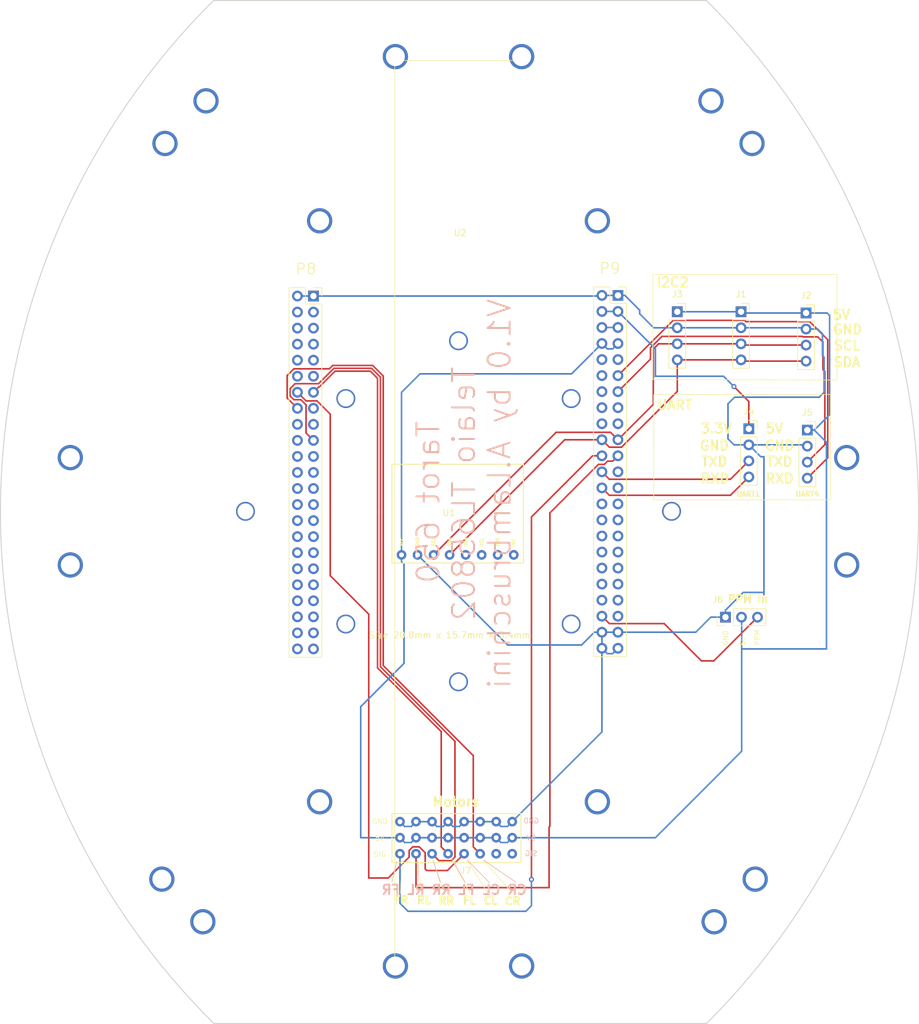
<source format=kicad_pcb>
(kicad_pcb (version 20171130) (host pcbnew 5.0.0-fee4fd1~66~ubuntu16.04.1)

  (general
    (thickness 1.6)
    (drawings 69)
    (tracks 262)
    (zones 0)
    (modules 11)
    (nets 89)
  )

  (page A4)
  (title_block
    (title "Tarot 650 Kit Telaio TL65B02: Scheda Superiore")
    (date 2018-11-04)
    (rev 1.0)
    (company "Andrea Lambruschini")
  )

  (layers
    (0 F.Cu signal)
    (31 B.Cu signal)
    (32 B.Adhes user)
    (33 F.Adhes user)
    (34 B.Paste user)
    (35 F.Paste user)
    (36 B.SilkS user)
    (37 F.SilkS user)
    (38 B.Mask user)
    (39 F.Mask user)
    (40 Dwgs.User user)
    (41 Cmts.User user)
    (42 Eco1.User user)
    (43 Eco2.User user)
    (44 Edge.Cuts user)
    (45 Margin user)
    (46 B.CrtYd user)
    (47 F.CrtYd user)
    (48 B.Fab user)
    (49 F.Fab user)
  )

  (setup
    (last_trace_width 0.25)
    (trace_clearance 0.2)
    (zone_clearance 0.508)
    (zone_45_only no)
    (trace_min 0.2)
    (segment_width 0.1)
    (edge_width 0.15)
    (via_size 0.8)
    (via_drill 0.4)
    (via_min_size 0.4)
    (via_min_drill 0.3)
    (uvia_size 0.3)
    (uvia_drill 0.1)
    (uvias_allowed no)
    (uvia_min_size 0.2)
    (uvia_min_drill 0.1)
    (pcb_text_width 0.3)
    (pcb_text_size 1.5 1.5)
    (mod_edge_width 0.15)
    (mod_text_size 1 1)
    (mod_text_width 0.15)
    (pad_size 3 3)
    (pad_drill 2.5)
    (pad_to_mask_clearance 0.2)
    (aux_axis_origin 0 0)
    (visible_elements FFFFFF7F)
    (pcbplotparams
      (layerselection 0x010fc_ffffffff)
      (usegerberextensions true)
      (usegerberattributes false)
      (usegerberadvancedattributes false)
      (creategerberjobfile false)
      (excludeedgelayer true)
      (linewidth 0.100000)
      (plotframeref false)
      (viasonmask false)
      (mode 1)
      (useauxorigin false)
      (hpglpennumber 1)
      (hpglpenspeed 20)
      (hpglpendiameter 15.000000)
      (psnegative false)
      (psa4output false)
      (plotreference true)
      (plotvalue true)
      (plotinvisibletext false)
      (padsonsilk false)
      (subtractmaskfromsilk false)
      (outputformat 1)
      (mirror false)
      (drillshape 0)
      (scaleselection 1)
      (outputdirectory "mydrone_tarot_gerber/"))
  )

  (net 0 "")
  (net 1 "Net-(U1-Pad8)")
  (net 2 "Net-(U1-Pad7)")
  (net 3 "Net-(U1-Pad6)")
  (net 4 "Net-(U1-Pad5)")
  (net 5 /I2C2_SDA)
  (net 6 /I2C2_SCL)
  (net 7 /DGND)
  (net 8 /SYS_5V)
  (net 9 /PWM0_A)
  (net 10 /PWM0_B)
  (net 11 /PWM2_A)
  (net 12 /PWM2_B)
  (net 13 /PWM1_A)
  (net 14 /PWM1_B)
  (net 15 /MSIGN1)
  (net 16 /MSIGN2)
  (net 17 /MMC1_DATA6)
  (net 18 /MMC1_DATA7)
  (net 19 /MMC1_DATA2)
  (net 20 /MMC1_DATA3)
  (net 21 /GPIO_66)
  (net 22 /GPIO_67)
  (net 23 /GPIO_69)
  (net 24 /GPIO_68)
  (net 25 /GPIO_45)
  (net 26 /GPIO_44)
  (net 27 /GPIO_47)
  (net 28 /GPIO_27)
  (net 29 /GPIO_65)
  (net 30 /MMC1_CMD)
  (net 31 /MMC1_CLK)
  (net 32 /MMC1_DAT5)
  (net 33 /MMC1_DATA4)
  (net 34 /MMC1_DAT1)
  (net 35 /MMC1_DATA0)
  (net 36 /GPIO_61)
  (net 37 /LCD_VSYNC)
  (net 38 /LCD_PCLK)
  (net 39 /LCD_HSYNC)
  (net 40 /LCD_AC_BIAS_E)
  (net 41 /LCD_DATA_14)
  (net 42 /LCD_DATA_15)
  (net 43 /LCD_DATA_13)
  (net 44 /LCD_DATA_11)
  (net 45 /LCD_DATA_12)
  (net 46 /LCD_DATA_10)
  (net 47 /LCD_DATA_08)
  (net 48 /LCD_DATA_09)
  (net 49 /LCD_DATA_06)
  (net 50 /LCD_DATA_07)
  (net 51 /LCD_DATA_04)
  (net 52 /LCD_DATA_05)
  (net 53 /LCD_DATA_02)
  (net 54 /LCD_DATA_03)
  (net 55 /LCD_DATA_00)
  (net 56 /LCD_DATA_01)
  (net 57 /PPM)
  (net 58 /GPIO_20)
  (net 59 /AIN_1)
  (net 60 /AIN_0)
  (net 61 /AIN_3)
  (net 62 /AIN_2)
  (net 63 /AIN_5)
  (net 64 /AIN_6)
  (net 65 /GNDA_ADC)
  (net 66 /AIN_4)
  (net 67 /VDD_ADC)
  (net 68 /SPI1_SCLK)
  (net 69 /GPIO_122)
  (net 70 /SPI1_DO)
  (net 71 /SPI1_CS0)
  (net 72 /GPIO_125)
  (net 73 /UART1_RXD)
  (net 74 /GPIO_117)
  (net 75 /UART1_TXD)
  (net 76 /GPIO_49)
  (net 77 /GPIO_05)
  (net 78 /GPIO_04)
  (net 79 /GPIO_51)
  (net 80 /GPIO_48)
  (net 81 /GPIO_40)
  (net 82 /UART4_TXD)
  (net 83 /GPIO_60)
  (net 84 /UART4_RXD)
  (net 85 /SYS_RESET_N)
  (net 86 /PWR_BUT)
  (net 87 /VDD_5V)
  (net 88 /VDD_3V3)

  (net_class Default "This is the default net class."
    (clearance 0.2)
    (trace_width 0.25)
    (via_dia 0.8)
    (via_drill 0.4)
    (uvia_dia 0.3)
    (uvia_drill 0.1)
    (add_net /AIN_0)
    (add_net /AIN_1)
    (add_net /AIN_2)
    (add_net /AIN_3)
    (add_net /AIN_4)
    (add_net /AIN_5)
    (add_net /AIN_6)
    (add_net /DGND)
    (add_net /GNDA_ADC)
    (add_net /GPIO_04)
    (add_net /GPIO_05)
    (add_net /GPIO_117)
    (add_net /GPIO_122)
    (add_net /GPIO_125)
    (add_net /GPIO_20)
    (add_net /GPIO_27)
    (add_net /GPIO_40)
    (add_net /GPIO_44)
    (add_net /GPIO_45)
    (add_net /GPIO_47)
    (add_net /GPIO_48)
    (add_net /GPIO_49)
    (add_net /GPIO_51)
    (add_net /GPIO_60)
    (add_net /GPIO_61)
    (add_net /GPIO_65)
    (add_net /GPIO_66)
    (add_net /GPIO_67)
    (add_net /GPIO_68)
    (add_net /GPIO_69)
    (add_net /I2C2_SCL)
    (add_net /I2C2_SDA)
    (add_net /LCD_AC_BIAS_E)
    (add_net /LCD_DATA_00)
    (add_net /LCD_DATA_01)
    (add_net /LCD_DATA_02)
    (add_net /LCD_DATA_03)
    (add_net /LCD_DATA_04)
    (add_net /LCD_DATA_05)
    (add_net /LCD_DATA_06)
    (add_net /LCD_DATA_07)
    (add_net /LCD_DATA_08)
    (add_net /LCD_DATA_09)
    (add_net /LCD_DATA_10)
    (add_net /LCD_DATA_11)
    (add_net /LCD_DATA_12)
    (add_net /LCD_DATA_13)
    (add_net /LCD_DATA_14)
    (add_net /LCD_DATA_15)
    (add_net /LCD_HSYNC)
    (add_net /LCD_PCLK)
    (add_net /LCD_VSYNC)
    (add_net /MMC1_CLK)
    (add_net /MMC1_CMD)
    (add_net /MMC1_DAT1)
    (add_net /MMC1_DAT5)
    (add_net /MMC1_DATA0)
    (add_net /MMC1_DATA2)
    (add_net /MMC1_DATA3)
    (add_net /MMC1_DATA4)
    (add_net /MMC1_DATA6)
    (add_net /MMC1_DATA7)
    (add_net /MSIGN1)
    (add_net /MSIGN2)
    (add_net /PPM)
    (add_net /PWM0_A)
    (add_net /PWM0_B)
    (add_net /PWM1_A)
    (add_net /PWM1_B)
    (add_net /PWM2_A)
    (add_net /PWM2_B)
    (add_net /PWR_BUT)
    (add_net /SPI1_CS0)
    (add_net /SPI1_DO)
    (add_net /SPI1_SCLK)
    (add_net /SYS_5V)
    (add_net /SYS_RESET_N)
    (add_net /UART1_RXD)
    (add_net /UART1_TXD)
    (add_net /UART4_RXD)
    (add_net /UART4_TXD)
    (add_net /VDD_3V3)
    (add_net /VDD_5V)
    (add_net /VDD_ADC)
    (add_net "Net-(U1-Pad5)")
    (add_net "Net-(U1-Pad6)")
    (add_net "Net-(U1-Pad7)")
    (add_net "Net-(U1-Pad8)")
  )

  (module mydrone_tarot_footprints:tarot_650 locked (layer F.Cu) (tedit 5BE689EE) (tstamp 5BF53BAC)
    (at 109.60862 110.89132)
    (path /5BF8450F)
    (fp_text reference U2 (at 0.254 -44.069) (layer F.SilkS)
      (effects (font (size 1 1) (thickness 0.15)))
    )
    (fp_text value tarot_scheda_superiore (at 0.254 -47.625) (layer F.Fab) hide
      (effects (font (size 1 1) (thickness 0.15)))
    )
    (pad 26 thru_hole circle (at 17.85 17.85) (size 3 3) (drill 2.5) (layers *.Cu *.Mask))
    (pad 25 thru_hole circle (at -17.85 17.85) (size 3 3) (drill 2.5) (layers *.Cu *.Mask))
    (pad 24 thru_hole circle (at 17.85 -17.85) (size 3 3) (drill 2.5) (layers *.Cu *.Mask))
    (pad 23 thru_hole circle (at -17.85 -17.85) (size 3 3) (drill 2.5) (layers *.Cu *.Mask))
    (pad 22 thru_hole circle (at 0 27) (size 3 3) (drill 2.5) (layers *.Cu *.Mask))
    (pad 21 thru_hole circle (at 0 -27) (size 3 3) (drill 2.5) (layers *.Cu *.Mask))
    (pad 20 thru_hole circle (at 33.75 0) (size 3 3) (drill 2.5) (layers *.Cu *.Mask))
    (pad 19 thru_hole circle (at -33.75 0) (size 3 3) (drill 2.5) (layers *.Cu *.Mask))
    (pad 19 thru_hole circle (at 61.5 8.5) (size 4 4) (drill 3) (layers *.Cu *.Mask))
    (pad 18 thru_hole circle (at -61.5 8.5) (size 4 4) (drill 3) (layers *.Cu *.Mask))
    (pad 17 thru_hole circle (at 61.5 -8.5) (size 4 4) (drill 3) (layers *.Cu *.Mask))
    (pad 16 thru_hole circle (at -61.5 -8.5) (size 4 4) (drill 3) (layers *.Cu *.Mask))
    (pad 15 thru_hole circle (at -47 58.25) (size 4 4) (drill 3) (layers *.Cu *.Mask))
    (pad 14 thru_hole circle (at 47 58.25) (size 4 4) (drill 3) (layers *.Cu *.Mask))
    (pad 14 thru_hole circle (at 46.5 -58.25) (size 4 4) (drill 3) (layers *.Cu *.Mask))
    (pad 13 thru_hole circle (at -46.5 -58.25) (size 4 4) (drill 3) (layers *.Cu *.Mask))
    (pad 12 thru_hole circle (at 40.5 65) (size 4 4) (drill 3) (layers *.Cu *.Mask))
    (pad 11 thru_hole circle (at -40.5 65) (size 4 4) (drill 3) (layers *.Cu *.Mask))
    (pad 10 thru_hole circle (at 40 -65) (size 4 4) (drill 3) (layers *.Cu *.Mask))
    (pad 9 thru_hole circle (at -40 -65) (size 4 4) (drill 3) (layers *.Cu *.Mask))
    (pad 8 thru_hole circle (at 22 46) (size 4 4) (drill 3) (layers *.Cu *.Mask))
    (pad 7 thru_hole circle (at -22 46) (size 4 4) (drill 3) (layers *.Cu *.Mask))
    (pad 6 thru_hole circle (at 22 -46) (size 4 4) (drill 3) (layers *.Cu *.Mask))
    (pad 5 thru_hole circle (at -22 -46) (size 4 4) (drill 3) (layers *.Cu *.Mask))
    (pad 4 thru_hole circle (at 10 72) (size 4 4) (drill 3) (layers *.Cu *.Mask))
    (pad 3 thru_hole circle (at -10 72) (size 4 4) (drill 3) (layers *.Cu *.Mask))
    (pad 2 thru_hole circle (at 10 -72) (size 4 4) (drill 3) (layers *.Cu *.Mask))
    (pad 1 thru_hole circle (at -10 -72) (size 4 4) (drill 3) (layers *.Cu *.Mask))
  )

  (module Connector_PinHeader_2.54mm:PinHeader_1x03_P2.54mm_Vertical (layer F.Cu) (tedit 59FED5CC) (tstamp 5BEA4851)
    (at 151.89962 127.65532 90)
    (descr "Through hole straight pin header, 1x03, 2.54mm pitch, single row")
    (tags "Through hole pin header THT 1x03 2.54mm single row")
    (path /5BE2C9B0)
    (fp_text reference J6 (at 2.77876 -1.20396 180) (layer F.SilkS)
      (effects (font (size 1 1) (thickness 0.15)))
    )
    (fp_text value Conn_01x03 (at 0 7.41 90) (layer F.Fab) hide
      (effects (font (size 1 1) (thickness 0.15)))
    )
    (fp_text user %R (at 0 2.54 180) (layer F.Fab)
      (effects (font (size 1 1) (thickness 0.15)))
    )
    (fp_line (start 1.8 -1.8) (end -1.8 -1.8) (layer F.CrtYd) (width 0.05))
    (fp_line (start 1.8 6.85) (end 1.8 -1.8) (layer F.CrtYd) (width 0.05))
    (fp_line (start -1.8 6.85) (end 1.8 6.85) (layer F.CrtYd) (width 0.05))
    (fp_line (start -1.8 -1.8) (end -1.8 6.85) (layer F.CrtYd) (width 0.05))
    (fp_line (start -1.33 -1.33) (end 0 -1.33) (layer F.SilkS) (width 0.12))
    (fp_line (start -1.33 0) (end -1.33 -1.33) (layer F.SilkS) (width 0.12))
    (fp_line (start -1.33 1.27) (end 1.33 1.27) (layer F.SilkS) (width 0.12))
    (fp_line (start 1.33 1.27) (end 1.33 6.41) (layer F.SilkS) (width 0.12))
    (fp_line (start -1.33 1.27) (end -1.33 6.41) (layer F.SilkS) (width 0.12))
    (fp_line (start -1.33 6.41) (end 1.33 6.41) (layer F.SilkS) (width 0.12))
    (fp_line (start -1.27 -0.635) (end -0.635 -1.27) (layer F.Fab) (width 0.1))
    (fp_line (start -1.27 6.35) (end -1.27 -0.635) (layer F.Fab) (width 0.1))
    (fp_line (start 1.27 6.35) (end -1.27 6.35) (layer F.Fab) (width 0.1))
    (fp_line (start 1.27 -1.27) (end 1.27 6.35) (layer F.Fab) (width 0.1))
    (fp_line (start -0.635 -1.27) (end 1.27 -1.27) (layer F.Fab) (width 0.1))
    (pad 3 thru_hole oval (at 0 5.08 90) (size 1.7 1.7) (drill 1) (layers *.Cu *.Mask)
      (net 57 /PPM))
    (pad 2 thru_hole oval (at 0 2.54 90) (size 1.7 1.7) (drill 1) (layers *.Cu *.Mask)
      (net 8 /SYS_5V))
    (pad 1 thru_hole rect (at 0 0 90) (size 1.7 1.7) (drill 1) (layers *.Cu *.Mask)
      (net 7 /DGND))
    (model ${KISYS3DMOD}/Connector_PinHeader_2.54mm.3dshapes/PinHeader_1x03_P2.54mm_Vertical.wrl
      (at (xyz 0 0 0))
      (scale (xyz 1 1 1))
      (rotate (xyz 0 0 0))
    )
  )

  (module Connector_PinSocket_2.54mm:PinSocket_1x04_P2.54mm_Vertical (layer F.Cu) (tedit 5A19A429) (tstamp 5BEA483A)
    (at 164.87 98.03)
    (descr "Through hole straight socket strip, 1x04, 2.54mm pitch, single row (from Kicad 4.0.7), script generated")
    (tags "Through hole socket strip THT 1x04 2.54mm single row")
    (path /5BE0CBED)
    (fp_text reference J5 (at 0 -2.77) (layer F.SilkS)
      (effects (font (size 1 1) (thickness 0.15)))
    )
    (fp_text value Conn_01x04 (at 0 10.39) (layer F.Fab) hide
      (effects (font (size 1 1) (thickness 0.15)))
    )
    (fp_text user %R (at 0 3.81 90) (layer F.Fab)
      (effects (font (size 1 1) (thickness 0.15)))
    )
    (fp_line (start -1.8 9.4) (end -1.8 -1.8) (layer F.CrtYd) (width 0.05))
    (fp_line (start 1.75 9.4) (end -1.8 9.4) (layer F.CrtYd) (width 0.05))
    (fp_line (start 1.75 -1.8) (end 1.75 9.4) (layer F.CrtYd) (width 0.05))
    (fp_line (start -1.8 -1.8) (end 1.75 -1.8) (layer F.CrtYd) (width 0.05))
    (fp_line (start 0 -1.33) (end 1.33 -1.33) (layer F.SilkS) (width 0.12))
    (fp_line (start 1.33 -1.33) (end 1.33 0) (layer F.SilkS) (width 0.12))
    (fp_line (start 1.33 1.27) (end 1.33 8.95) (layer F.SilkS) (width 0.12))
    (fp_line (start -1.33 8.95) (end 1.33 8.95) (layer F.SilkS) (width 0.12))
    (fp_line (start -1.33 1.27) (end -1.33 8.95) (layer F.SilkS) (width 0.12))
    (fp_line (start -1.33 1.27) (end 1.33 1.27) (layer F.SilkS) (width 0.12))
    (fp_line (start -1.27 8.89) (end -1.27 -1.27) (layer F.Fab) (width 0.1))
    (fp_line (start 1.27 8.89) (end -1.27 8.89) (layer F.Fab) (width 0.1))
    (fp_line (start 1.27 -0.635) (end 1.27 8.89) (layer F.Fab) (width 0.1))
    (fp_line (start 0.635 -1.27) (end 1.27 -0.635) (layer F.Fab) (width 0.1))
    (fp_line (start -1.27 -1.27) (end 0.635 -1.27) (layer F.Fab) (width 0.1))
    (pad 4 thru_hole oval (at 0 7.62) (size 1.7 1.7) (drill 1) (layers *.Cu *.Mask)
      (net 84 /UART4_RXD))
    (pad 3 thru_hole oval (at 0 5.08) (size 1.7 1.7) (drill 1) (layers *.Cu *.Mask)
      (net 82 /UART4_TXD))
    (pad 2 thru_hole oval (at 0 2.54) (size 1.7 1.7) (drill 1) (layers *.Cu *.Mask)
      (net 7 /DGND))
    (pad 1 thru_hole rect (at 0 0) (size 1.7 1.7) (drill 1) (layers *.Cu *.Mask)
      (net 8 /SYS_5V))
    (model ${KISYS3DMOD}/Connector_PinSocket_2.54mm.3dshapes/PinSocket_1x04_P2.54mm_Vertical.wrl
      (at (xyz 0 0 0))
      (scale (xyz 1 1 1))
      (rotate (xyz 0 0 0))
    )
  )

  (module Connector_PinSocket_2.54mm:PinSocket_1x04_P2.54mm_Vertical (layer F.Cu) (tedit 5A19A429) (tstamp 5BEA4822)
    (at 155.6 97.83)
    (descr "Through hole straight socket strip, 1x04, 2.54mm pitch, single row (from Kicad 4.0.7), script generated")
    (tags "Through hole socket strip THT 1x04 2.54mm single row")
    (path /5BDE609C)
    (fp_text reference J4 (at 0 -2.77) (layer F.SilkS)
      (effects (font (size 1 1) (thickness 0.15)))
    )
    (fp_text value Conn_01x04 (at 0 10.39) (layer F.Fab) hide
      (effects (font (size 1 1) (thickness 0.15)))
    )
    (fp_text user %R (at 0 3.81 90) (layer F.Fab)
      (effects (font (size 1 1) (thickness 0.15)))
    )
    (fp_line (start -1.8 9.4) (end -1.8 -1.8) (layer F.CrtYd) (width 0.05))
    (fp_line (start 1.75 9.4) (end -1.8 9.4) (layer F.CrtYd) (width 0.05))
    (fp_line (start 1.75 -1.8) (end 1.75 9.4) (layer F.CrtYd) (width 0.05))
    (fp_line (start -1.8 -1.8) (end 1.75 -1.8) (layer F.CrtYd) (width 0.05))
    (fp_line (start 0 -1.33) (end 1.33 -1.33) (layer F.SilkS) (width 0.12))
    (fp_line (start 1.33 -1.33) (end 1.33 0) (layer F.SilkS) (width 0.12))
    (fp_line (start 1.33 1.27) (end 1.33 8.95) (layer F.SilkS) (width 0.12))
    (fp_line (start -1.33 8.95) (end 1.33 8.95) (layer F.SilkS) (width 0.12))
    (fp_line (start -1.33 1.27) (end -1.33 8.95) (layer F.SilkS) (width 0.12))
    (fp_line (start -1.33 1.27) (end 1.33 1.27) (layer F.SilkS) (width 0.12))
    (fp_line (start -1.27 8.89) (end -1.27 -1.27) (layer F.Fab) (width 0.1))
    (fp_line (start 1.27 8.89) (end -1.27 8.89) (layer F.Fab) (width 0.1))
    (fp_line (start 1.27 -0.635) (end 1.27 8.89) (layer F.Fab) (width 0.1))
    (fp_line (start 0.635 -1.27) (end 1.27 -0.635) (layer F.Fab) (width 0.1))
    (fp_line (start -1.27 -1.27) (end 0.635 -1.27) (layer F.Fab) (width 0.1))
    (pad 4 thru_hole oval (at 0 7.62) (size 1.7 1.7) (drill 1) (layers *.Cu *.Mask)
      (net 73 /UART1_RXD))
    (pad 3 thru_hole oval (at 0 5.08) (size 1.7 1.7) (drill 1) (layers *.Cu *.Mask)
      (net 75 /UART1_TXD))
    (pad 2 thru_hole oval (at 0 2.54) (size 1.7 1.7) (drill 1) (layers *.Cu *.Mask)
      (net 7 /DGND))
    (pad 1 thru_hole rect (at 0 0) (size 1.7 1.7) (drill 1) (layers *.Cu *.Mask)
      (net 88 /VDD_3V3))
    (model ${KISYS3DMOD}/Connector_PinSocket_2.54mm.3dshapes/PinSocket_1x04_P2.54mm_Vertical.wrl
      (at (xyz 0 0 0))
      (scale (xyz 1 1 1))
      (rotate (xyz 0 0 0))
    )
  )

  (module Connector_PinSocket_2.54mm:PinSocket_1x04_P2.54mm_Vertical (layer F.Cu) (tedit 5A19A429) (tstamp 5BEA480A)
    (at 144.27 79.29)
    (descr "Through hole straight socket strip, 1x04, 2.54mm pitch, single row (from Kicad 4.0.7), script generated")
    (tags "Through hole socket strip THT 1x04 2.54mm single row")
    (path /5BF33322)
    (fp_text reference J3 (at 0 -2.77) (layer F.SilkS)
      (effects (font (size 1 1) (thickness 0.15)))
    )
    (fp_text value Conn_01x04 (at 0 10.39) (layer F.Fab) hide
      (effects (font (size 1 1) (thickness 0.15)))
    )
    (fp_text user %R (at 0 3.81 90) (layer F.Fab)
      (effects (font (size 1 1) (thickness 0.15)))
    )
    (fp_line (start -1.8 9.4) (end -1.8 -1.8) (layer F.CrtYd) (width 0.05))
    (fp_line (start 1.75 9.4) (end -1.8 9.4) (layer F.CrtYd) (width 0.05))
    (fp_line (start 1.75 -1.8) (end 1.75 9.4) (layer F.CrtYd) (width 0.05))
    (fp_line (start -1.8 -1.8) (end 1.75 -1.8) (layer F.CrtYd) (width 0.05))
    (fp_line (start 0 -1.33) (end 1.33 -1.33) (layer F.SilkS) (width 0.12))
    (fp_line (start 1.33 -1.33) (end 1.33 0) (layer F.SilkS) (width 0.12))
    (fp_line (start 1.33 1.27) (end 1.33 8.95) (layer F.SilkS) (width 0.12))
    (fp_line (start -1.33 8.95) (end 1.33 8.95) (layer F.SilkS) (width 0.12))
    (fp_line (start -1.33 1.27) (end -1.33 8.95) (layer F.SilkS) (width 0.12))
    (fp_line (start -1.33 1.27) (end 1.33 1.27) (layer F.SilkS) (width 0.12))
    (fp_line (start -1.27 8.89) (end -1.27 -1.27) (layer F.Fab) (width 0.1))
    (fp_line (start 1.27 8.89) (end -1.27 8.89) (layer F.Fab) (width 0.1))
    (fp_line (start 1.27 -0.635) (end 1.27 8.89) (layer F.Fab) (width 0.1))
    (fp_line (start 0.635 -1.27) (end 1.27 -0.635) (layer F.Fab) (width 0.1))
    (fp_line (start -1.27 -1.27) (end 0.635 -1.27) (layer F.Fab) (width 0.1))
    (pad 4 thru_hole oval (at 0 7.62) (size 1.7 1.7) (drill 1) (layers *.Cu *.Mask)
      (net 5 /I2C2_SDA))
    (pad 3 thru_hole oval (at 0 5.08) (size 1.7 1.7) (drill 1) (layers *.Cu *.Mask)
      (net 6 /I2C2_SCL))
    (pad 2 thru_hole oval (at 0 2.54) (size 1.7 1.7) (drill 1) (layers *.Cu *.Mask)
      (net 7 /DGND))
    (pad 1 thru_hole rect (at 0 0) (size 1.7 1.7) (drill 1) (layers *.Cu *.Mask)
      (net 8 /SYS_5V))
    (model ${KISYS3DMOD}/Connector_PinSocket_2.54mm.3dshapes/PinSocket_1x04_P2.54mm_Vertical.wrl
      (at (xyz 0 0 0))
      (scale (xyz 1 1 1))
      (rotate (xyz 0 0 0))
    )
  )

  (module Connector_PinSocket_2.54mm:PinSocket_1x04_P2.54mm_Vertical (layer F.Cu) (tedit 5A19A429) (tstamp 5BEA47F2)
    (at 164.67 79.49)
    (descr "Through hole straight socket strip, 1x04, 2.54mm pitch, single row (from Kicad 4.0.7), script generated")
    (tags "Through hole socket strip THT 1x04 2.54mm single row")
    (path /5BF0E958)
    (fp_text reference J2 (at 0 -2.77) (layer F.SilkS)
      (effects (font (size 1 1) (thickness 0.15)))
    )
    (fp_text value Conn_01x04 (at 0 10.39) (layer F.Fab) hide
      (effects (font (size 1 1) (thickness 0.15)))
    )
    (fp_text user %R (at 0 3.81 90) (layer F.Fab)
      (effects (font (size 1 1) (thickness 0.15)))
    )
    (fp_line (start -1.8 9.4) (end -1.8 -1.8) (layer F.CrtYd) (width 0.05))
    (fp_line (start 1.75 9.4) (end -1.8 9.4) (layer F.CrtYd) (width 0.05))
    (fp_line (start 1.75 -1.8) (end 1.75 9.4) (layer F.CrtYd) (width 0.05))
    (fp_line (start -1.8 -1.8) (end 1.75 -1.8) (layer F.CrtYd) (width 0.05))
    (fp_line (start 0 -1.33) (end 1.33 -1.33) (layer F.SilkS) (width 0.12))
    (fp_line (start 1.33 -1.33) (end 1.33 0) (layer F.SilkS) (width 0.12))
    (fp_line (start 1.33 1.27) (end 1.33 8.95) (layer F.SilkS) (width 0.12))
    (fp_line (start -1.33 8.95) (end 1.33 8.95) (layer F.SilkS) (width 0.12))
    (fp_line (start -1.33 1.27) (end -1.33 8.95) (layer F.SilkS) (width 0.12))
    (fp_line (start -1.33 1.27) (end 1.33 1.27) (layer F.SilkS) (width 0.12))
    (fp_line (start -1.27 8.89) (end -1.27 -1.27) (layer F.Fab) (width 0.1))
    (fp_line (start 1.27 8.89) (end -1.27 8.89) (layer F.Fab) (width 0.1))
    (fp_line (start 1.27 -0.635) (end 1.27 8.89) (layer F.Fab) (width 0.1))
    (fp_line (start 0.635 -1.27) (end 1.27 -0.635) (layer F.Fab) (width 0.1))
    (fp_line (start -1.27 -1.27) (end 0.635 -1.27) (layer F.Fab) (width 0.1))
    (pad 4 thru_hole oval (at 0 7.62) (size 1.7 1.7) (drill 1) (layers *.Cu *.Mask)
      (net 5 /I2C2_SDA))
    (pad 3 thru_hole oval (at 0 5.08) (size 1.7 1.7) (drill 1) (layers *.Cu *.Mask)
      (net 6 /I2C2_SCL))
    (pad 2 thru_hole oval (at 0 2.54) (size 1.7 1.7) (drill 1) (layers *.Cu *.Mask)
      (net 7 /DGND))
    (pad 1 thru_hole rect (at 0 0) (size 1.7 1.7) (drill 1) (layers *.Cu *.Mask)
      (net 8 /SYS_5V))
    (model ${KISYS3DMOD}/Connector_PinSocket_2.54mm.3dshapes/PinSocket_1x04_P2.54mm_Vertical.wrl
      (at (xyz 0 0 0))
      (scale (xyz 1 1 1))
      (rotate (xyz 0 0 0))
    )
  )

  (module Connector_PinSocket_2.54mm:PinSocket_1x04_P2.54mm_Vertical (layer F.Cu) (tedit 5A19A429) (tstamp 5BEA47DA)
    (at 154.37 79.29)
    (descr "Through hole straight socket strip, 1x04, 2.54mm pitch, single row (from Kicad 4.0.7), script generated")
    (tags "Through hole socket strip THT 1x04 2.54mm single row")
    (path /5BE8FFF4)
    (fp_text reference J1 (at 0 -2.77) (layer F.SilkS)
      (effects (font (size 1 1) (thickness 0.15)))
    )
    (fp_text value Conn_01x04 (at 0 10.39) (layer F.Fab) hide
      (effects (font (size 1 1) (thickness 0.15)))
    )
    (fp_text user %R (at 0 3.81 90) (layer F.Fab)
      (effects (font (size 1 1) (thickness 0.15)))
    )
    (fp_line (start -1.8 9.4) (end -1.8 -1.8) (layer F.CrtYd) (width 0.05))
    (fp_line (start 1.75 9.4) (end -1.8 9.4) (layer F.CrtYd) (width 0.05))
    (fp_line (start 1.75 -1.8) (end 1.75 9.4) (layer F.CrtYd) (width 0.05))
    (fp_line (start -1.8 -1.8) (end 1.75 -1.8) (layer F.CrtYd) (width 0.05))
    (fp_line (start 0 -1.33) (end 1.33 -1.33) (layer F.SilkS) (width 0.12))
    (fp_line (start 1.33 -1.33) (end 1.33 0) (layer F.SilkS) (width 0.12))
    (fp_line (start 1.33 1.27) (end 1.33 8.95) (layer F.SilkS) (width 0.12))
    (fp_line (start -1.33 8.95) (end 1.33 8.95) (layer F.SilkS) (width 0.12))
    (fp_line (start -1.33 1.27) (end -1.33 8.95) (layer F.SilkS) (width 0.12))
    (fp_line (start -1.33 1.27) (end 1.33 1.27) (layer F.SilkS) (width 0.12))
    (fp_line (start -1.27 8.89) (end -1.27 -1.27) (layer F.Fab) (width 0.1))
    (fp_line (start 1.27 8.89) (end -1.27 8.89) (layer F.Fab) (width 0.1))
    (fp_line (start 1.27 -0.635) (end 1.27 8.89) (layer F.Fab) (width 0.1))
    (fp_line (start 0.635 -1.27) (end 1.27 -0.635) (layer F.Fab) (width 0.1))
    (fp_line (start -1.27 -1.27) (end 0.635 -1.27) (layer F.Fab) (width 0.1))
    (pad 4 thru_hole oval (at 0 7.62) (size 1.7 1.7) (drill 1) (layers *.Cu *.Mask)
      (net 5 /I2C2_SDA))
    (pad 3 thru_hole oval (at 0 5.08) (size 1.7 1.7) (drill 1) (layers *.Cu *.Mask)
      (net 6 /I2C2_SCL))
    (pad 2 thru_hole oval (at 0 2.54) (size 1.7 1.7) (drill 1) (layers *.Cu *.Mask)
      (net 7 /DGND))
    (pad 1 thru_hole rect (at 0 0) (size 1.7 1.7) (drill 1) (layers *.Cu *.Mask)
      (net 8 /SYS_5V))
    (model ${KISYS3DMOD}/Connector_PinSocket_2.54mm.3dshapes/PinSocket_1x04_P2.54mm_Vertical.wrl
      (at (xyz 0 0 0))
      (scale (xyz 1 1 1))
      (rotate (xyz 0 0 0))
    )
  )

  (module Connector_PinSocket_2.54mm:PinSocket_2x23_P2.54mm_Vertical (layer F.Cu) (tedit 5A19A424) (tstamp 5BEA47C2)
    (at 134.86892 76.70292)
    (descr "Through hole straight socket strip, 2x23, 2.54mm pitch, double cols (from Kicad 4.0.7), script generated")
    (tags "Through hole socket strip THT 2x23 2.54mm double row")
    (path /5BDE08BD)
    (fp_text reference P9 (at -1.2954 -4.28498) (layer F.SilkS)
      (effects (font (size 1.7 1.7) (thickness 0.15)))
    )
    (fp_text value Conn_02x23_Odd_Even (at -1.27 58.65) (layer F.Fab) hide
      (effects (font (size 1 1) (thickness 0.15)))
    )
    (fp_text user %R (at -1.27 27.94 90) (layer F.Fab)
      (effects (font (size 1 1) (thickness 0.15)))
    )
    (fp_line (start -4.34 57.65) (end -4.34 -1.8) (layer F.CrtYd) (width 0.05))
    (fp_line (start 1.76 57.65) (end -4.34 57.65) (layer F.CrtYd) (width 0.05))
    (fp_line (start 1.76 -1.8) (end 1.76 57.65) (layer F.CrtYd) (width 0.05))
    (fp_line (start -4.34 -1.8) (end 1.76 -1.8) (layer F.CrtYd) (width 0.05))
    (fp_line (start 0 -1.33) (end 1.33 -1.33) (layer F.SilkS) (width 0.12))
    (fp_line (start 1.33 -1.33) (end 1.33 0) (layer F.SilkS) (width 0.12))
    (fp_line (start -1.27 -1.33) (end -1.27 1.27) (layer F.SilkS) (width 0.12))
    (fp_line (start -1.27 1.27) (end 1.33 1.27) (layer F.SilkS) (width 0.12))
    (fp_line (start 1.33 1.27) (end 1.33 57.21) (layer F.SilkS) (width 0.12))
    (fp_line (start -3.87 57.21) (end 1.33 57.21) (layer F.SilkS) (width 0.12))
    (fp_line (start -3.87 -1.33) (end -3.87 57.21) (layer F.SilkS) (width 0.12))
    (fp_line (start -3.87 -1.33) (end -1.27 -1.33) (layer F.SilkS) (width 0.12))
    (fp_line (start -3.81 57.15) (end -3.81 -1.27) (layer F.Fab) (width 0.1))
    (fp_line (start 1.27 57.15) (end -3.81 57.15) (layer F.Fab) (width 0.1))
    (fp_line (start 1.27 -0.27) (end 1.27 57.15) (layer F.Fab) (width 0.1))
    (fp_line (start 0.27 -1.27) (end 1.27 -0.27) (layer F.Fab) (width 0.1))
    (fp_line (start -3.81 -1.27) (end 0.27 -1.27) (layer F.Fab) (width 0.1))
    (pad 46 thru_hole oval (at -2.54 55.88) (size 1.7 1.7) (drill 1) (layers *.Cu *.Mask)
      (net 7 /DGND))
    (pad 45 thru_hole oval (at 0 55.88) (size 1.7 1.7) (drill 1) (layers *.Cu *.Mask)
      (net 7 /DGND))
    (pad 44 thru_hole oval (at -2.54 53.34) (size 1.7 1.7) (drill 1) (layers *.Cu *.Mask)
      (net 7 /DGND))
    (pad 43 thru_hole oval (at 0 53.34) (size 1.7 1.7) (drill 1) (layers *.Cu *.Mask)
      (net 7 /DGND))
    (pad 42 thru_hole oval (at -2.54 50.8) (size 1.7 1.7) (drill 1) (layers *.Cu *.Mask)
      (net 57 /PPM))
    (pad 41 thru_hole oval (at 0 50.8) (size 1.7 1.7) (drill 1) (layers *.Cu *.Mask)
      (net 58 /GPIO_20))
    (pad 40 thru_hole oval (at -2.54 48.26) (size 1.7 1.7) (drill 1) (layers *.Cu *.Mask)
      (net 59 /AIN_1))
    (pad 39 thru_hole oval (at 0 48.26) (size 1.7 1.7) (drill 1) (layers *.Cu *.Mask)
      (net 60 /AIN_0))
    (pad 38 thru_hole oval (at -2.54 45.72) (size 1.7 1.7) (drill 1) (layers *.Cu *.Mask)
      (net 61 /AIN_3))
    (pad 37 thru_hole oval (at 0 45.72) (size 1.7 1.7) (drill 1) (layers *.Cu *.Mask)
      (net 62 /AIN_2))
    (pad 36 thru_hole oval (at -2.54 43.18) (size 1.7 1.7) (drill 1) (layers *.Cu *.Mask)
      (net 63 /AIN_5))
    (pad 35 thru_hole oval (at 0 43.18) (size 1.7 1.7) (drill 1) (layers *.Cu *.Mask)
      (net 64 /AIN_6))
    (pad 34 thru_hole oval (at -2.54 40.64) (size 1.7 1.7) (drill 1) (layers *.Cu *.Mask)
      (net 65 /GNDA_ADC))
    (pad 33 thru_hole oval (at 0 40.64) (size 1.7 1.7) (drill 1) (layers *.Cu *.Mask)
      (net 66 /AIN_4))
    (pad 32 thru_hole oval (at -2.54 38.1) (size 1.7 1.7) (drill 1) (layers *.Cu *.Mask)
      (net 67 /VDD_ADC))
    (pad 31 thru_hole oval (at 0 38.1) (size 1.7 1.7) (drill 1) (layers *.Cu *.Mask)
      (net 68 /SPI1_SCLK))
    (pad 30 thru_hole oval (at -2.54 35.56) (size 1.7 1.7) (drill 1) (layers *.Cu *.Mask)
      (net 69 /GPIO_122))
    (pad 29 thru_hole oval (at 0 35.56) (size 1.7 1.7) (drill 1) (layers *.Cu *.Mask)
      (net 70 /SPI1_DO))
    (pad 28 thru_hole oval (at -2.54 33.02) (size 1.7 1.7) (drill 1) (layers *.Cu *.Mask)
      (net 71 /SPI1_CS0))
    (pad 27 thru_hole oval (at 0 33.02) (size 1.7 1.7) (drill 1) (layers *.Cu *.Mask)
      (net 72 /GPIO_125))
    (pad 26 thru_hole oval (at -2.54 30.48) (size 1.7 1.7) (drill 1) (layers *.Cu *.Mask)
      (net 73 /UART1_RXD))
    (pad 25 thru_hole oval (at 0 30.48) (size 1.7 1.7) (drill 1) (layers *.Cu *.Mask)
      (net 74 /GPIO_117))
    (pad 24 thru_hole oval (at -2.54 27.94) (size 1.7 1.7) (drill 1) (layers *.Cu *.Mask)
      (net 75 /UART1_TXD))
    (pad 23 thru_hole oval (at 0 27.94) (size 1.7 1.7) (drill 1) (layers *.Cu *.Mask)
      (net 76 /GPIO_49))
    (pad 22 thru_hole oval (at -2.54 25.4) (size 1.7 1.7) (drill 1) (layers *.Cu *.Mask)
      (net 9 /PWM0_A))
    (pad 21 thru_hole oval (at 0 25.4) (size 1.7 1.7) (drill 1) (layers *.Cu *.Mask)
      (net 10 /PWM0_B))
    (pad 20 thru_hole oval (at -2.54 22.86) (size 1.7 1.7) (drill 1) (layers *.Cu *.Mask)
      (net 5 /I2C2_SDA))
    (pad 19 thru_hole oval (at 0 22.86) (size 1.7 1.7) (drill 1) (layers *.Cu *.Mask)
      (net 6 /I2C2_SCL))
    (pad 18 thru_hole oval (at -2.54 20.32) (size 1.7 1.7) (drill 1) (layers *.Cu *.Mask)
      (net 77 /GPIO_05))
    (pad 17 thru_hole oval (at 0 20.32) (size 1.7 1.7) (drill 1) (layers *.Cu *.Mask)
      (net 78 /GPIO_04))
    (pad 16 thru_hole oval (at -2.54 17.78) (size 1.7 1.7) (drill 1) (layers *.Cu *.Mask)
      (net 79 /GPIO_51))
    (pad 15 thru_hole oval (at 0 17.78) (size 1.7 1.7) (drill 1) (layers *.Cu *.Mask)
      (net 80 /GPIO_48))
    (pad 14 thru_hole oval (at -2.54 15.24) (size 1.7 1.7) (drill 1) (layers *.Cu *.Mask)
      (net 81 /GPIO_40))
    (pad 13 thru_hole oval (at 0 15.24) (size 1.7 1.7) (drill 1) (layers *.Cu *.Mask)
      (net 82 /UART4_TXD))
    (pad 12 thru_hole oval (at -2.54 12.7) (size 1.7 1.7) (drill 1) (layers *.Cu *.Mask)
      (net 83 /GPIO_60))
    (pad 11 thru_hole oval (at 0 12.7) (size 1.7 1.7) (drill 1) (layers *.Cu *.Mask)
      (net 84 /UART4_RXD))
    (pad 10 thru_hole oval (at -2.54 10.16) (size 1.7 1.7) (drill 1) (layers *.Cu *.Mask)
      (net 85 /SYS_RESET_N))
    (pad 9 thru_hole oval (at 0 10.16) (size 1.7 1.7) (drill 1) (layers *.Cu *.Mask)
      (net 86 /PWR_BUT))
    (pad 8 thru_hole oval (at -2.54 7.62) (size 1.7 1.7) (drill 1) (layers *.Cu *.Mask)
      (net 8 /SYS_5V))
    (pad 7 thru_hole oval (at 0 7.62) (size 1.7 1.7) (drill 1) (layers *.Cu *.Mask)
      (net 8 /SYS_5V))
    (pad 6 thru_hole oval (at -2.54 5.08) (size 1.7 1.7) (drill 1) (layers *.Cu *.Mask)
      (net 87 /VDD_5V))
    (pad 5 thru_hole oval (at 0 5.08) (size 1.7 1.7) (drill 1) (layers *.Cu *.Mask)
      (net 87 /VDD_5V))
    (pad 4 thru_hole oval (at -2.54 2.54) (size 1.7 1.7) (drill 1) (layers *.Cu *.Mask)
      (net 88 /VDD_3V3))
    (pad 3 thru_hole oval (at 0 2.54) (size 1.7 1.7) (drill 1) (layers *.Cu *.Mask)
      (net 88 /VDD_3V3))
    (pad 2 thru_hole oval (at -2.54 0) (size 1.7 1.7) (drill 1) (layers *.Cu *.Mask)
      (net 7 /DGND))
    (pad 1 thru_hole rect (at 0 0) (size 1.7 1.7) (drill 1) (layers *.Cu *.Mask)
      (net 7 /DGND))
    (model ${KISYS3DMOD}/Connector_PinSocket_2.54mm.3dshapes/PinSocket_2x23_P2.54mm_Vertical.wrl
      (at (xyz 0 0 0))
      (scale (xyz 1 1 1))
      (rotate (xyz 0 0 0))
    )
  )

  (module Connector_PinSocket_2.54mm:PinSocket_2x23_P2.54mm_Vertical (layer F.Cu) (tedit 5A19A424) (tstamp 5BEA477E)
    (at 86.62892 76.80452)
    (descr "Through hole straight socket strip, 2x23, 2.54mm pitch, double cols (from Kicad 4.0.7), script generated")
    (tags "Through hole socket strip THT 2x23 2.54mm double row")
    (path /5BDE09CF)
    (fp_text reference P8 (at -1.1884 -4.28498) (layer F.SilkS)
      (effects (font (size 1.7 1.7) (thickness 0.15)))
    )
    (fp_text value Conn_02x23_Odd_Even (at -1.27 58.65) (layer F.Fab) hide
      (effects (font (size 1 1) (thickness 0.15)))
    )
    (fp_text user %R (at -1.27 27.94 90) (layer F.Fab)
      (effects (font (size 1 1) (thickness 0.15)))
    )
    (fp_line (start -4.34 57.65) (end -4.34 -1.8) (layer F.CrtYd) (width 0.05))
    (fp_line (start 1.76 57.65) (end -4.34 57.65) (layer F.CrtYd) (width 0.05))
    (fp_line (start 1.76 -1.8) (end 1.76 57.65) (layer F.CrtYd) (width 0.05))
    (fp_line (start -4.34 -1.8) (end 1.76 -1.8) (layer F.CrtYd) (width 0.05))
    (fp_line (start 0 -1.33) (end 1.33 -1.33) (layer F.SilkS) (width 0.12))
    (fp_line (start 1.33 -1.33) (end 1.33 0) (layer F.SilkS) (width 0.12))
    (fp_line (start -1.27 -1.33) (end -1.27 1.27) (layer F.SilkS) (width 0.12))
    (fp_line (start -1.27 1.27) (end 1.33 1.27) (layer F.SilkS) (width 0.12))
    (fp_line (start 1.33 1.27) (end 1.33 57.21) (layer F.SilkS) (width 0.12))
    (fp_line (start -3.87 57.21) (end 1.33 57.21) (layer F.SilkS) (width 0.12))
    (fp_line (start -3.87 -1.33) (end -3.87 57.21) (layer F.SilkS) (width 0.12))
    (fp_line (start -3.87 -1.33) (end -1.27 -1.33) (layer F.SilkS) (width 0.12))
    (fp_line (start -3.81 57.15) (end -3.81 -1.27) (layer F.Fab) (width 0.1))
    (fp_line (start 1.27 57.15) (end -3.81 57.15) (layer F.Fab) (width 0.1))
    (fp_line (start 1.27 -0.27) (end 1.27 57.15) (layer F.Fab) (width 0.1))
    (fp_line (start 0.27 -1.27) (end 1.27 -0.27) (layer F.Fab) (width 0.1))
    (fp_line (start -3.81 -1.27) (end 0.27 -1.27) (layer F.Fab) (width 0.1))
    (pad 46 thru_hole oval (at -2.54 55.88) (size 1.7 1.7) (drill 1) (layers *.Cu *.Mask)
      (net 56 /LCD_DATA_01))
    (pad 45 thru_hole oval (at 0 55.88) (size 1.7 1.7) (drill 1) (layers *.Cu *.Mask)
      (net 55 /LCD_DATA_00))
    (pad 44 thru_hole oval (at -2.54 53.34) (size 1.7 1.7) (drill 1) (layers *.Cu *.Mask)
      (net 54 /LCD_DATA_03))
    (pad 43 thru_hole oval (at 0 53.34) (size 1.7 1.7) (drill 1) (layers *.Cu *.Mask)
      (net 53 /LCD_DATA_02))
    (pad 42 thru_hole oval (at -2.54 50.8) (size 1.7 1.7) (drill 1) (layers *.Cu *.Mask)
      (net 52 /LCD_DATA_05))
    (pad 41 thru_hole oval (at 0 50.8) (size 1.7 1.7) (drill 1) (layers *.Cu *.Mask)
      (net 51 /LCD_DATA_04))
    (pad 40 thru_hole oval (at -2.54 48.26) (size 1.7 1.7) (drill 1) (layers *.Cu *.Mask)
      (net 50 /LCD_DATA_07))
    (pad 39 thru_hole oval (at 0 48.26) (size 1.7 1.7) (drill 1) (layers *.Cu *.Mask)
      (net 49 /LCD_DATA_06))
    (pad 38 thru_hole oval (at -2.54 45.72) (size 1.7 1.7) (drill 1) (layers *.Cu *.Mask)
      (net 48 /LCD_DATA_09))
    (pad 37 thru_hole oval (at 0 45.72) (size 1.7 1.7) (drill 1) (layers *.Cu *.Mask)
      (net 47 /LCD_DATA_08))
    (pad 36 thru_hole oval (at -2.54 43.18) (size 1.7 1.7) (drill 1) (layers *.Cu *.Mask)
      (net 46 /LCD_DATA_10))
    (pad 35 thru_hole oval (at 0 43.18) (size 1.7 1.7) (drill 1) (layers *.Cu *.Mask)
      (net 45 /LCD_DATA_12))
    (pad 34 thru_hole oval (at -2.54 40.64) (size 1.7 1.7) (drill 1) (layers *.Cu *.Mask)
      (net 44 /LCD_DATA_11))
    (pad 33 thru_hole oval (at 0 40.64) (size 1.7 1.7) (drill 1) (layers *.Cu *.Mask)
      (net 43 /LCD_DATA_13))
    (pad 32 thru_hole oval (at -2.54 38.1) (size 1.7 1.7) (drill 1) (layers *.Cu *.Mask)
      (net 42 /LCD_DATA_15))
    (pad 31 thru_hole oval (at 0 38.1) (size 1.7 1.7) (drill 1) (layers *.Cu *.Mask)
      (net 41 /LCD_DATA_14))
    (pad 30 thru_hole oval (at -2.54 35.56) (size 1.7 1.7) (drill 1) (layers *.Cu *.Mask)
      (net 40 /LCD_AC_BIAS_E))
    (pad 29 thru_hole oval (at 0 35.56) (size 1.7 1.7) (drill 1) (layers *.Cu *.Mask)
      (net 39 /LCD_HSYNC))
    (pad 28 thru_hole oval (at -2.54 33.02) (size 1.7 1.7) (drill 1) (layers *.Cu *.Mask)
      (net 38 /LCD_PCLK))
    (pad 27 thru_hole oval (at 0 33.02) (size 1.7 1.7) (drill 1) (layers *.Cu *.Mask)
      (net 37 /LCD_VSYNC))
    (pad 26 thru_hole oval (at -2.54 30.48) (size 1.7 1.7) (drill 1) (layers *.Cu *.Mask)
      (net 36 /GPIO_61))
    (pad 25 thru_hole oval (at 0 30.48) (size 1.7 1.7) (drill 1) (layers *.Cu *.Mask)
      (net 35 /MMC1_DATA0))
    (pad 24 thru_hole oval (at -2.54 27.94) (size 1.7 1.7) (drill 1) (layers *.Cu *.Mask)
      (net 34 /MMC1_DAT1))
    (pad 23 thru_hole oval (at 0 27.94) (size 1.7 1.7) (drill 1) (layers *.Cu *.Mask)
      (net 33 /MMC1_DATA4))
    (pad 22 thru_hole oval (at -2.54 25.4) (size 1.7 1.7) (drill 1) (layers *.Cu *.Mask)
      (net 32 /MMC1_DAT5))
    (pad 21 thru_hole oval (at 0 25.4) (size 1.7 1.7) (drill 1) (layers *.Cu *.Mask)
      (net 31 /MMC1_CLK))
    (pad 20 thru_hole oval (at -2.54 22.86) (size 1.7 1.7) (drill 1) (layers *.Cu *.Mask)
      (net 30 /MMC1_CMD))
    (pad 19 thru_hole oval (at 0 22.86) (size 1.7 1.7) (drill 1) (layers *.Cu *.Mask)
      (net 11 /PWM2_A))
    (pad 18 thru_hole oval (at -2.54 20.32) (size 1.7 1.7) (drill 1) (layers *.Cu *.Mask)
      (net 29 /GPIO_65))
    (pad 17 thru_hole oval (at 0 20.32) (size 1.7 1.7) (drill 1) (layers *.Cu *.Mask)
      (net 28 /GPIO_27))
    (pad 16 thru_hole oval (at -2.54 17.78) (size 1.7 1.7) (drill 1) (layers *.Cu *.Mask)
      (net 14 /PWM1_B))
    (pad 15 thru_hole oval (at 0 17.78) (size 1.7 1.7) (drill 1) (layers *.Cu *.Mask)
      (net 27 /GPIO_47))
    (pad 14 thru_hole oval (at -2.54 15.24) (size 1.7 1.7) (drill 1) (layers *.Cu *.Mask)
      (net 13 /PWM1_A))
    (pad 13 thru_hole oval (at 0 15.24) (size 1.7 1.7) (drill 1) (layers *.Cu *.Mask)
      (net 12 /PWM2_B))
    (pad 12 thru_hole oval (at -2.54 12.7) (size 1.7 1.7) (drill 1) (layers *.Cu *.Mask)
      (net 26 /GPIO_44))
    (pad 11 thru_hole oval (at 0 12.7) (size 1.7 1.7) (drill 1) (layers *.Cu *.Mask)
      (net 25 /GPIO_45))
    (pad 10 thru_hole oval (at -2.54 10.16) (size 1.7 1.7) (drill 1) (layers *.Cu *.Mask)
      (net 24 /GPIO_68))
    (pad 9 thru_hole oval (at 0 10.16) (size 1.7 1.7) (drill 1) (layers *.Cu *.Mask)
      (net 23 /GPIO_69))
    (pad 8 thru_hole oval (at -2.54 7.62) (size 1.7 1.7) (drill 1) (layers *.Cu *.Mask)
      (net 22 /GPIO_67))
    (pad 7 thru_hole oval (at 0 7.62) (size 1.7 1.7) (drill 1) (layers *.Cu *.Mask)
      (net 21 /GPIO_66))
    (pad 6 thru_hole oval (at -2.54 5.08) (size 1.7 1.7) (drill 1) (layers *.Cu *.Mask)
      (net 20 /MMC1_DATA3))
    (pad 5 thru_hole oval (at 0 5.08) (size 1.7 1.7) (drill 1) (layers *.Cu *.Mask)
      (net 19 /MMC1_DATA2))
    (pad 4 thru_hole oval (at -2.54 2.54) (size 1.7 1.7) (drill 1) (layers *.Cu *.Mask)
      (net 18 /MMC1_DATA7))
    (pad 3 thru_hole oval (at 0 2.54) (size 1.7 1.7) (drill 1) (layers *.Cu *.Mask)
      (net 17 /MMC1_DATA6))
    (pad 2 thru_hole oval (at -2.54 0) (size 1.7 1.7) (drill 1) (layers *.Cu *.Mask)
      (net 7 /DGND))
    (pad 1 thru_hole rect (at 0 0) (size 1.7 1.7) (drill 1) (layers *.Cu *.Mask)
      (net 7 /DGND))
    (model ${KISYS3DMOD}/Connector_PinSocket_2.54mm.3dshapes/PinSocket_2x23_P2.54mm_Vertical.wrl
      (at (xyz 0 0 0))
      (scale (xyz 1 1 1))
      (rotate (xyz 0 0 0))
    )
  )

  (module mydrone_tarot_footprints:Conn_PinHeader_3x8_2_54mm_footprint (layer F.Cu) (tedit 5BDDD5D4) (tstamp 5BEA473A)
    (at 110.49762 162.58032)
    (path /5BE61CD9)
    (fp_text reference J7 (at 0.254 5.207) (layer F.SilkS)
      (effects (font (size 1 1) (thickness 0.15)))
    )
    (fp_text value Conn_01x24 (at 0 -5.08) (layer F.Fab) hide
      (effects (font (size 1 1) (thickness 0.15)))
    )
    (fp_line (start -11.43 3.937) (end -11.43 -3.81) (layer F.SilkS) (width 0.15))
    (fp_line (start 9.017 3.937) (end -11.43 3.937) (layer F.SilkS) (width 0.15))
    (fp_line (start 9.017 -3.683) (end 9.017 3.81) (layer F.SilkS) (width 0.15))
    (fp_line (start -11.43 -3.81) (end 9.017 -3.81) (layer F.SilkS) (width 0.15))
    (pad 24 thru_hole circle (at 7.62 2.54) (size 1.524 1.524) (drill 0.762) (layers *.Cu *.Mask)
      (net 16 /MSIGN2))
    (pad 21 thru_hole circle (at 5.08 2.54) (size 1.524 1.524) (drill 0.762) (layers *.Cu *.Mask)
      (net 15 /MSIGN1))
    (pad 18 thru_hole circle (at 2.54 2.54) (size 1.524 1.524) (drill 0.762) (layers *.Cu *.Mask)
      (net 14 /PWM1_B))
    (pad 15 thru_hole circle (at 0 2.54) (size 1.524 1.524) (drill 0.762) (layers *.Cu *.Mask)
      (net 13 /PWM1_A))
    (pad 12 thru_hole circle (at -2.54 2.54) (size 1.524 1.524) (drill 0.762) (layers *.Cu *.Mask)
      (net 12 /PWM2_B))
    (pad 9 thru_hole circle (at -5.08 2.54) (size 1.524 1.524) (drill 0.762) (layers *.Cu *.Mask)
      (net 11 /PWM2_A))
    (pad 6 thru_hole circle (at -7.62 2.54) (size 1.524 1.524) (drill 0.762) (layers *.Cu *.Mask)
      (net 10 /PWM0_B))
    (pad 3 thru_hole circle (at -10.16 2.54) (size 1.524 1.524) (drill 0.762) (layers *.Cu *.Mask)
      (net 9 /PWM0_A))
    (pad 2 thru_hole circle (at -10.16 0) (size 1.524 1.524) (drill 0.762) (layers *.Cu *.Mask)
      (net 8 /SYS_5V))
    (pad 5 thru_hole circle (at -7.62 0) (size 1.524 1.524) (drill 0.762) (layers *.Cu *.Mask)
      (net 8 /SYS_5V))
    (pad 8 thru_hole circle (at -5.08 0) (size 1.524 1.524) (drill 0.762) (layers *.Cu *.Mask)
      (net 8 /SYS_5V))
    (pad 11 thru_hole circle (at -2.54 0) (size 1.524 1.524) (drill 0.762) (layers *.Cu *.Mask)
      (net 8 /SYS_5V))
    (pad 14 thru_hole circle (at 0 0) (size 1.524 1.524) (drill 0.762) (layers *.Cu *.Mask)
      (net 8 /SYS_5V))
    (pad 17 thru_hole circle (at 2.54 0) (size 1.524 1.524) (drill 0.762) (layers *.Cu *.Mask)
      (net 8 /SYS_5V))
    (pad 20 thru_hole circle (at 5.08 0) (size 1.524 1.524) (drill 0.762) (layers *.Cu *.Mask)
      (net 8 /SYS_5V))
    (pad 23 thru_hole circle (at 7.62 0) (size 1.524 1.524) (drill 0.762) (layers *.Cu *.Mask)
      (net 8 /SYS_5V))
    (pad 22 thru_hole circle (at 7.62 -2.54) (size 1.524 1.524) (drill 0.762) (layers *.Cu *.Mask)
      (net 7 /DGND))
    (pad 19 thru_hole circle (at 5.08 -2.54) (size 1.524 1.524) (drill 0.762) (layers *.Cu *.Mask)
      (net 7 /DGND))
    (pad 16 thru_hole circle (at 2.54 -2.54) (size 1.524 1.524) (drill 0.762) (layers *.Cu *.Mask)
      (net 7 /DGND))
    (pad 13 thru_hole circle (at 0 -2.54) (size 1.524 1.524) (drill 0.762) (layers *.Cu *.Mask)
      (net 7 /DGND))
    (pad 10 thru_hole circle (at -2.54 -2.54) (size 1.524 1.524) (drill 0.762) (layers *.Cu *.Mask)
      (net 7 /DGND))
    (pad 7 thru_hole circle (at -5.08 -2.54) (size 1.524 1.524) (drill 0.762) (layers *.Cu *.Mask)
      (net 7 /DGND))
    (pad 4 thru_hole circle (at -7.62 -2.54) (size 1.524 1.524) (drill 0.762) (layers *.Cu *.Mask)
      (net 7 /DGND))
    (pad 1 thru_hole circle (at -10.16 -2.54) (size 1.524 1.524) (drill 0.762) (layers *.Cu *.Mask)
      (net 7 /DGND))
  )

  (module mydrone_tarot_footprints:gy-521_footprint (layer F.Cu) (tedit 5BDB00F3) (tstamp 5BEA471A)
    (at 108.19892 112.71504 180)
    (path /5BE5E9BA)
    (fp_text reference U1 (at 0.1143 1.56972 180) (layer F.SilkS)
      (effects (font (size 1 1) (thickness 0.15)))
    )
    (fp_text value GY-521 (at -0.1397 5.76072 180) (layer F.Fab) hide
      (effects (font (size 1 1) (thickness 0.15)))
    )
    (fp_text user Vcc (at 7.62 -3.048 270) (layer F.SilkS)
      (effects (font (size 0.5 0.5) (thickness 0.125)))
    )
    (fp_text user GND (at 5.08 -3.048 270) (layer F.SilkS)
      (effects (font (size 0.5 0.5) (thickness 0.125)))
    )
    (fp_text user SCL (at 2.54 -3.048 270) (layer F.SilkS)
      (effects (font (size 0.5 0.5) (thickness 0.125)))
    )
    (fp_text user SDA (at 0 -3.048 270) (layer F.SilkS)
      (effects (font (size 0.5 0.5) (thickness 0.125)))
    )
    (fp_text user XDA (at -2.54 -3.048 270) (layer F.SilkS)
      (effects (font (size 0.5 0.5) (thickness 0.125)))
    )
    (fp_text user XCL (at -5.08 -3.048 270) (layer F.SilkS)
      (effects (font (size 0.5 0.5) (thickness 0.125)))
    )
    (fp_text user AD0 (at -7.62 -3.048 270) (layer F.SilkS)
      (effects (font (size 0.5 0.5) (thickness 0.125)))
    )
    (fp_text user INT (at -10.16 -3.175 270) (layer F.SilkS)
      (effects (font (size 0.5 0.5) (thickness 0.125)))
    )
    (fp_line (start -11.684 9.271) (end -11.684 -6.3754) (layer F.SilkS) (width 0.15))
    (fp_line (start 9.1694 9.271) (end -11.684 9.271) (layer F.SilkS) (width 0.15))
    (fp_line (start 9.12876 -6.3754) (end 9.13892 9.3218) (layer F.SilkS) (width 0.15))
    (fp_line (start -11.684 -6.3754) (end 9.14908 -6.3754) (layer F.SilkS) (width 0.15))
    (fp_text user "Size 20.8mm x 15.7mm x 3.4mm" (at 0 -17.78 180) (layer F.SilkS)
      (effects (font (size 1 1) (thickness 0.15)))
    )
    (pad 1 thru_hole circle (at 7.62 -5.08 180) (size 1.524 1.524) (drill 0.762) (layers *.Cu *.Mask)
      (net 8 /SYS_5V))
    (pad 2 thru_hole circle (at 5.08 -5.08 180) (size 1.524 1.524) (drill 0.762) (layers *.Cu *.Mask)
      (net 7 /DGND))
    (pad 3 thru_hole circle (at 2.54 -5.08 180) (size 1.524 1.524) (drill 0.762) (layers *.Cu *.Mask)
      (net 6 /I2C2_SCL))
    (pad 4 thru_hole circle (at 0 -5.08 180) (size 1.524 1.524) (drill 0.762) (layers *.Cu *.Mask)
      (net 5 /I2C2_SDA))
    (pad 5 thru_hole circle (at -2.54 -5.08 180) (size 1.524 1.524) (drill 0.762) (layers *.Cu *.Mask)
      (net 4 "Net-(U1-Pad5)"))
    (pad 6 thru_hole circle (at -5.08 -5.08 180) (size 1.524 1.524) (drill 0.762) (layers *.Cu *.Mask)
      (net 3 "Net-(U1-Pad6)"))
    (pad 7 thru_hole circle (at -7.62 -5.08 180) (size 1.524 1.524) (drill 0.762) (layers *.Cu *.Mask)
      (net 2 "Net-(U1-Pad7)"))
    (pad 8 thru_hole circle (at -10.16 -5.08 180) (size 1.524 1.524) (drill 0.762) (layers *.Cu *.Mask)
      (net 1 "Net-(U1-Pad8)"))
  )

  (gr_text SDA (at 171.13758 87.28456) (layer F.SilkS) (tstamp 5BE00327)
    (effects (font (size 1.5 1.5) (thickness 0.3)))
  )
  (gr_text SCL (at 171.13758 84.64296) (layer F.SilkS) (tstamp 5BE00304)
    (effects (font (size 1.5 1.5) (thickness 0.3)))
  )
  (gr_text GND (at 171.23918 82.10296) (layer F.SilkS) (tstamp 5BE002E2)
    (effects (font (size 1.5 1.5) (thickness 0.3)))
  )
  (gr_text 5V (at 170.27398 79.76616) (layer F.SilkS) (tstamp 5BE002C0)
    (effects (font (size 1.5 1.5) (thickness 0.3)))
  )
  (gr_text SIG (at 97.14992 165.18636) (layer F.SilkS) (tstamp 5BDEE33C)
    (effects (font (size 0.8 0.8) (thickness 0.1)))
  )
  (gr_text 5V (at 97.14992 162.64636) (layer F.SilkS) (tstamp 5BDEE33C)
    (effects (font (size 0.8 0.8) (thickness 0.1)))
  )
  (gr_text GND (at 97.14992 160.00476) (layer F.SilkS)
    (effects (font (size 0.8 0.8) (thickness 0.1)))
  )
  (gr_text SIG (at 121.12752 165.08476) (layer B.SilkS) (tstamp 5BDEE2F2)
    (effects (font (size 0.8 0.8) (thickness 0.1)) (justify mirror))
  )
  (gr_text 5V (at 121.12752 162.59556) (layer B.SilkS) (tstamp 5BDEE2F2)
    (effects (font (size 0.8 0.8) (thickness 0.1)) (justify mirror))
  )
  (gr_text GND (at 121.12752 159.90316) (layer B.SilkS)
    (effects (font (size 0.8 0.8) (thickness 0.1)) (justify mirror))
  )
  (gr_line (start 113.59134 166.14394) (end 118.7196 169.63644) (layer B.SilkS) (width 0.1))
  (gr_line (start 111.02086 166.12616) (end 114.50574 169.68978) (layer B.SilkS) (width 0.1))
  (gr_line (start 108.70946 166.23284) (end 110.64748 169.61866) (layer B.SilkS) (width 0.1))
  (gr_line (start 105.59034 166.2049) (end 106.70286 169.61866) (layer B.SilkS) (width 0.1))
  (gr_line (start 103.14686 166.25062) (end 103.2002 169.56532) (layer B.SilkS) (width 0.1))
  (gr_line (start 99.82708 166.32682) (end 99.06508 169.57802) (layer B.SilkS) (width 0.1))
  (gr_text CR (at 118.8824 170.8344) (layer B.SilkS)
    (effects (font (size 1.5 1.5) (thickness 0.3)) (justify mirror))
  )
  (gr_text CL (at 114.8824 170.8344) (layer B.SilkS)
    (effects (font (size 1.5 1.5) (thickness 0.3)) (justify mirror))
  )
  (gr_text FL (at 110.8824 170.8344) (layer B.SilkS)
    (effects (font (size 1.5 1.5) (thickness 0.3)) (justify mirror))
  )
  (gr_text RR (at 106.8824 170.8344) (layer B.SilkS)
    (effects (font (size 1.5 1.5) (thickness 0.3)) (justify mirror))
  )
  (gr_text RL (at 102.8824 170.8344) (layer B.SilkS)
    (effects (font (size 1.5 1.5) (thickness 0.3)) (justify mirror))
  )
  (gr_text FR (at 98.8824 170.8344) (layer B.SilkS)
    (effects (font (size 1.5 1.5) (thickness 0.3)) (justify mirror))
  )
  (gr_text " Tarot 650\nTelaio TL65802\nV1.0 by A.Lambruschini" (at 110.4646 108.11002 90) (layer B.SilkS)
    (effects (font (size 3.5 3.5) (thickness 0.3)) (justify mirror))
  )
  (gr_text PPM (at 156.92374 130.87096 90) (layer F.SilkS) (tstamp 5BDED228)
    (effects (font (size 0.8 0.8) (thickness 0.1)))
  )
  (gr_text 5V (at 154.63266 131.46024 90) (layer F.SilkS)
    (effects (font (size 0.8 0.8) (thickness 0.1)))
  )
  (gr_text GND (at 151.94026 130.95224 90) (layer F.SilkS)
    (effects (font (size 0.8 0.8) (thickness 0.1)))
  )
  (gr_text "PPM In" (at 155.47086 124.77496) (layer F.SilkS)
    (effects (font (size 1.2 1.2) (thickness 0.3)))
  )
  (gr_text Motors (at 109.19714 156.8831) (layer F.SilkS)
    (effects (font (size 1.5 1.5) (thickness 0.3)))
  )
  (gr_text RXD (at 160.4645 105.71226) (layer F.SilkS)
    (effects (font (size 1.5 1.5) (thickness 0.3)))
  )
  (gr_text TXD (at 160.4645 103.03256) (layer F.SilkS)
    (effects (font (size 1.5 1.5) (thickness 0.3)))
  )
  (gr_text GND (at 160.4645 100.49256) (layer F.SilkS)
    (effects (font (size 1.5 1.5) (thickness 0.3)))
  )
  (gr_text UART4 (at 164.87648 108.16082) (layer F.SilkS)
    (effects (font (size 0.8 0.8) (thickness 0.2)))
  )
  (gr_text UART1 (at 155.52928 108.16082) (layer F.SilkS)
    (effects (font (size 0.8 0.8) (thickness 0.2)))
  )
  (gr_text UART (at 143.85798 94.03842) (layer F.SilkS)
    (effects (font (size 1.5 1.5) (thickness 0.3)))
  )
  (gr_line (start 140.54836 109.0422) (end 140.56106 92.39504) (layer F.SilkS) (width 0.1))
  (gr_line (start 168.53916 109.07522) (end 140.54836 109.07522) (layer F.SilkS) (width 0.1))
  (gr_line (start 168.55186 92.39504) (end 168.54424 109.1057) (layer F.SilkS) (width 0.1))
  (gr_line (start 140.58138 92.3798) (end 168.55186 92.39504) (layer F.SilkS) (width 0.1))
  (gr_text I2C2 (at 143.51254 74.64044) (layer F.SilkS)
    (effects (font (size 1.5 1.5) (thickness 0.3)))
  )
  (gr_line (start 140.40866 90.02268) (end 140.40866 73.39838) (layer F.SilkS) (width 0.1))
  (gr_line (start 169.56786 90.11158) (end 140.40866 90.02268) (layer F.SilkS) (width 0.1))
  (gr_line (start 169.56786 73.39838) (end 169.56786 90.11158) (layer F.SilkS) (width 0.1))
  (gr_line (start 140.49756 73.39838) (end 169.56786 73.39838) (layer F.SilkS) (width 0.1))
  (gr_text 5V (at 159.64154 97.80016) (layer F.SilkS)
    (effects (font (size 1.5 1.5) (thickness 0.3)))
  )
  (gr_text RXD (at 150.23846 105.71226) (layer F.SilkS)
    (effects (font (size 1.5 1.5) (thickness 0.3)))
  )
  (gr_text TXD (at 150.14194 103.03256) (layer F.SilkS)
    (effects (font (size 1.5 1.5) (thickness 0.3)))
  )
  (gr_text GND (at 150.14194 100.49256) (layer F.SilkS)
    (effects (font (size 1.5 1.5) (thickness 0.3)))
  )
  (gr_text 3.3V (at 150.44674 97.80016) (layer F.SilkS)
    (effects (font (size 1.5 1.5) (thickness 0.3)))
  )
  (gr_line (start 100.70338 166.1795) (end 100.39858 171.40174) (layer F.SilkS) (width 0.1))
  (gr_line (start 103.14178 166.24046) (end 103.77932 171.4881) (layer F.SilkS) (width 0.1))
  (gr_line (start 105.6005 166.26078) (end 107.51312 171.577) (layer F.SilkS) (width 0.1))
  (gr_line (start 108.56722 166.01694) (end 111.42472 171.3992) (layer F.SilkS) (width 0.1))
  (gr_line (start 111.00562 166.11854) (end 114.26952 171.3992) (layer F.SilkS) (width 0.1))
  (gr_line (start 113.56594 166.15918) (end 118.18112 171.3992) (layer F.SilkS) (width 0.1))
  (gr_text CR (at 118.18112 172.6438) (layer F.SilkS)
    (effects (font (size 1.2 1.2) (thickness 0.3)))
  )
  (gr_text CL (at 114.71402 172.5549) (layer F.SilkS)
    (effects (font (size 1.2 1.2) (thickness 0.3)))
  )
  (gr_text FR (at 100.49002 172.466) (layer F.SilkS)
    (effects (font (size 1.2 1.2) (thickness 0.3)))
  )
  (gr_text RL (at 104.13492 172.466) (layer F.SilkS)
    (effects (font (size 1.2 1.2) (thickness 0.3)))
  )
  (gr_text RR (at 107.69092 172.5549) (layer F.SilkS)
    (effects (font (size 1.2 1.2) (thickness 0.3)))
  )
  (gr_text FL (at 111.33582 172.5549) (layer F.SilkS)
    (effects (font (size 1.2 1.2) (thickness 0.3)))
  )
  (gr_arc (start 151.01 110.98) (end 70.82 30) (angle -90.56529158) (layer Edge.Cuts) (width 0.15))
  (gr_arc (start 68.08 111.01) (end 148.88 192.02) (angle -90.14870975) (layer Edge.Cuts) (width 0.15))
  (gr_line (start 68 111) (end 151 111) (layer F.SilkS) (width 0.01))
  (gr_line (start 119.5 39.5) (end 119.5 182.5) (layer F.SilkS) (width 0.01))
  (gr_line (start 99.5 182.5) (end 119.5 182.5) (layer F.SilkS) (width 0.01))
  (gr_line (start 99.5 39.5) (end 99.5 182.5) (layer F.SilkS) (width 0.1))
  (gr_line (start 99.5 39.5) (end 119.5 39.5) (layer F.SilkS) (width 0.1))
  (gr_line (start 70.825004 192) (end 148.900007 192) (layer Edge.Cuts) (width 0.15))
  (gr_line (start 70.825004 30) (end 148.900007 30) (layer Edge.Cuts) (width 0.15))

  (segment (start 154.57 87.11) (end 154.37 86.91) (width 0.25) (layer F.Cu) (net 5))
  (segment (start 164.67 87.11) (end 154.57 87.11) (width 0.25) (layer F.Cu) (net 5))
  (segment (start 153.167919 86.91) (end 144.27 86.91) (width 0.25) (layer F.Cu) (net 5))
  (segment (start 154.37 86.91) (end 153.167919 86.91) (width 0.25) (layer F.Cu) (net 5))
  (segment (start 126.43104 99.56292) (end 132.32892 99.56292) (width 0.25) (layer F.Cu) (net 5))
  (segment (start 108.19892 117.79504) (end 126.43104 99.56292) (width 0.25) (layer F.Cu) (net 5))
  (segment (start 144.27 91.900842) (end 144.27 88.112081) (width 0.25) (layer F.Cu) (net 5))
  (segment (start 135.432921 100.737921) (end 144.27 91.900842) (width 0.25) (layer F.Cu) (net 5))
  (segment (start 133.503921 100.737921) (end 135.432921 100.737921) (width 0.25) (layer F.Cu) (net 5))
  (segment (start 144.27 88.112081) (end 144.27 86.91) (width 0.25) (layer F.Cu) (net 5))
  (segment (start 132.32892 99.56292) (end 133.503921 100.737921) (width 0.25) (layer F.Cu) (net 5))
  (segment (start 154.57 84.57) (end 154.37 84.37) (width 0.25) (layer F.Cu) (net 6))
  (segment (start 164.67 84.57) (end 154.57 84.57) (width 0.25) (layer F.Cu) (net 6))
  (segment (start 153.167919 84.37) (end 144.27 84.37) (width 0.25) (layer F.Cu) (net 6))
  (segment (start 154.37 84.37) (end 153.167919 84.37) (width 0.25) (layer F.Cu) (net 6))
  (segment (start 144.27 84.37) (end 141.30138 84.37) (width 0.25) (layer F.Cu) (net 6))
  (segment (start 141.30138 84.37) (end 140.46962 85.20176) (width 0.25) (layer F.Cu) (net 6))
  (segment (start 140.46962 93.96222) (end 134.86892 99.56292) (width 0.25) (layer F.Cu) (net 6))
  (segment (start 140.46962 85.20176) (end 140.46962 93.96222) (width 0.25) (layer F.Cu) (net 6))
  (segment (start 134.018921 98.712921) (end 134.86892 99.56292) (width 0.25) (layer F.Cu) (net 6))
  (segment (start 133.693919 98.387919) (end 134.018921 98.712921) (width 0.25) (layer F.Cu) (net 6))
  (segment (start 125.066041 98.387919) (end 133.693919 98.387919) (width 0.25) (layer F.Cu) (net 6))
  (segment (start 105.65892 117.79504) (end 125.066041 98.387919) (width 0.25) (layer F.Cu) (net 6))
  (segment (start 132.22732 76.80452) (end 132.32892 76.70292) (width 0.25) (layer F.Cu) (net 7))
  (segment (start 132.22732 76.80452) (end 132.32892 76.70292) (width 0.25) (layer B.Cu) (net 7))
  (segment (start 86.62892 76.80452) (end 132.22732 76.80452) (width 0.25) (layer B.Cu) (net 7))
  (segment (start 132.32892 76.70292) (end 134.86892 76.70292) (width 0.25) (layer B.Cu) (net 7))
  (segment (start 135.96892 76.70292) (end 138.31062 79.04462) (width 0.25) (layer B.Cu) (net 7))
  (segment (start 134.86892 76.70292) (end 135.96892 76.70292) (width 0.25) (layer B.Cu) (net 7))
  (segment (start 138.31062 79.04462) (end 138.31062 79.61376) (width 0.25) (layer B.Cu) (net 7))
  (segment (start 140.52686 81.83) (end 144.27 81.83) (width 0.25) (layer B.Cu) (net 7))
  (segment (start 138.31062 79.61376) (end 140.52686 81.83) (width 0.25) (layer B.Cu) (net 7))
  (segment (start 144.27 81.83) (end 154.37 81.83) (width 0.25) (layer B.Cu) (net 7))
  (segment (start 164.47 81.83) (end 164.67 82.03) (width 0.25) (layer B.Cu) (net 7))
  (segment (start 154.37 81.83) (end 164.47 81.83) (width 0.25) (layer B.Cu) (net 7))
  (segment (start 164.67 82.03) (end 166.50786 82.03) (width 0.25) (layer B.Cu) (net 7))
  (segment (start 166.50786 82.03) (end 167.26662 82.78876) (width 0.25) (layer B.Cu) (net 7))
  (segment (start 167.26662 86.252382) (end 167.52062 86.506382) (width 0.25) (layer B.Cu) (net 7))
  (segment (start 167.26662 82.78876) (end 167.26662 86.252382) (width 0.25) (layer B.Cu) (net 7))
  (segment (start 167.52062 86.506382) (end 167.52062 92.05976) (width 0.25) (layer B.Cu) (net 7))
  (segment (start 167.52062 92.05976) (end 166.75862 92.82176) (width 0.25) (layer B.Cu) (net 7))
  (segment (start 164.67 100.37) (end 164.87 100.57) (width 0.25) (layer B.Cu) (net 7))
  (segment (start 155.6 100.37) (end 164.67 100.37) (width 0.25) (layer B.Cu) (net 7))
  (segment (start 155.6 100.37) (end 156.449999 101.219999) (width 0.25) (layer B.Cu) (net 7))
  (segment (start 147.19046 130.04292) (end 134.86892 130.04292) (width 0.25) (layer B.Cu) (net 7))
  (segment (start 134.86892 130.04292) (end 132.32892 130.04292) (width 0.25) (layer B.Cu) (net 7))
  (segment (start 132.32892 131.245001) (end 132.32892 132.58292) (width 0.25) (layer B.Cu) (net 7))
  (segment (start 132.32892 130.04292) (end 132.32892 131.245001) (width 0.25) (layer B.Cu) (net 7))
  (segment (start 133.178919 133.432919) (end 134.018921 133.432919) (width 0.25) (layer B.Cu) (net 7))
  (segment (start 134.018921 133.432919) (end 134.86892 132.58292) (width 0.25) (layer B.Cu) (net 7))
  (segment (start 132.32892 132.58292) (end 133.178919 133.432919) (width 0.25) (layer B.Cu) (net 7))
  (segment (start 132.32892 145.82902) (end 118.11762 160.04032) (width 0.25) (layer B.Cu) (net 7))
  (segment (start 132.32892 132.58292) (end 132.32892 145.82902) (width 0.25) (layer B.Cu) (net 7))
  (segment (start 131.126839 130.04292) (end 129.104999 132.06476) (width 0.25) (layer B.Cu) (net 7))
  (segment (start 132.32892 130.04292) (end 131.126839 130.04292) (width 0.25) (layer B.Cu) (net 7))
  (segment (start 117.38864 132.06476) (end 103.11892 117.79504) (width 0.25) (layer B.Cu) (net 7))
  (segment (start 129.104999 132.06476) (end 117.38864 132.06476) (width 0.25) (layer B.Cu) (net 7))
  (segment (start 85.52892 76.80452) (end 84.08892 76.80452) (width 0.25) (layer B.Cu) (net 7))
  (segment (start 86.62892 76.80452) (end 85.52892 76.80452) (width 0.25) (layer B.Cu) (net 7))
  (segment (start 102.115621 160.802319) (end 102.87762 160.04032) (width 0.25) (layer B.Cu) (net 7))
  (segment (start 101.099619 160.802319) (end 102.115621 160.802319) (width 0.25) (layer B.Cu) (net 7))
  (segment (start 100.33762 160.04032) (end 101.099619 160.802319) (width 0.25) (layer B.Cu) (net 7))
  (segment (start 103.95525 160.04032) (end 105.41762 160.04032) (width 0.25) (layer B.Cu) (net 7))
  (segment (start 102.87762 160.04032) (end 103.95525 160.04032) (width 0.25) (layer B.Cu) (net 7))
  (segment (start 107.195621 160.802319) (end 107.95762 160.04032) (width 0.25) (layer B.Cu) (net 7))
  (segment (start 106.179619 160.802319) (end 107.195621 160.802319) (width 0.25) (layer B.Cu) (net 7))
  (segment (start 105.41762 160.04032) (end 106.179619 160.802319) (width 0.25) (layer B.Cu) (net 7))
  (segment (start 109.735621 160.802319) (end 110.49762 160.04032) (width 0.25) (layer B.Cu) (net 7))
  (segment (start 108.719619 160.802319) (end 109.735621 160.802319) (width 0.25) (layer B.Cu) (net 7))
  (segment (start 107.95762 160.04032) (end 108.719619 160.802319) (width 0.25) (layer B.Cu) (net 7))
  (segment (start 111.57525 160.04032) (end 113.03762 160.04032) (width 0.25) (layer B.Cu) (net 7))
  (segment (start 110.49762 160.04032) (end 111.57525 160.04032) (width 0.25) (layer B.Cu) (net 7))
  (segment (start 114.11525 160.04032) (end 115.57762 160.04032) (width 0.25) (layer B.Cu) (net 7))
  (segment (start 113.03762 160.04032) (end 114.11525 160.04032) (width 0.25) (layer B.Cu) (net 7))
  (segment (start 117.355621 160.802319) (end 118.11762 160.04032) (width 0.25) (layer B.Cu) (net 7))
  (segment (start 116.339619 160.802319) (end 117.355621 160.802319) (width 0.25) (layer B.Cu) (net 7))
  (segment (start 115.57762 160.04032) (end 116.339619 160.802319) (width 0.25) (layer B.Cu) (net 7))
  (segment (start 166.75862 92.82176) (end 153.34996 92.82176) (width 0.25) (layer B.Cu) (net 7))
  (segment (start 153.34996 92.82176) (end 152.30094 93.87078) (width 0.25) (layer B.Cu) (net 7))
  (segment (start 152.30094 93.87078) (end 152.30094 99.41814) (width 0.25) (layer B.Cu) (net 7))
  (segment (start 153.2528 100.37) (end 155.6 100.37) (width 0.25) (layer B.Cu) (net 7))
  (segment (start 152.30094 99.41814) (end 153.2528 100.37) (width 0.25) (layer B.Cu) (net 7))
  (segment (start 149.57806 127.65532) (end 151.89962 127.65532) (width 0.25) (layer B.Cu) (net 7))
  (segment (start 147.19046 130.04292) (end 149.57806 127.65532) (width 0.25) (layer B.Cu) (net 7))
  (segment (start 151.89962 126.55532) (end 151.89962 127.65532) (width 0.25) (layer B.Cu) (net 7))
  (segment (start 154.7163 123.73864) (end 151.89962 126.55532) (width 0.25) (layer B.Cu) (net 7))
  (segment (start 157.99562 123.73864) (end 154.7163 123.73864) (width 0.25) (layer B.Cu) (net 7))
  (segment (start 157.99562 123.73864) (end 157.99562 124.09932) (width 0.25) (layer B.Cu) (net 7))
  (segment (start 157.99562 102.252238) (end 157.99562 123.73864) (width 0.25) (layer B.Cu) (net 7))
  (segment (start 157.482238 102.252238) (end 156.449999 101.219999) (width 0.25) (layer B.Cu) (net 7))
  (segment (start 157.99562 102.252238) (end 157.482238 102.252238) (width 0.25) (layer B.Cu) (net 7))
  (segment (start 132.32892 84.32292) (end 127.52578 89.12606) (width 0.25) (layer B.Cu) (net 8))
  (segment (start 127.52578 89.12606) (end 103.51262 89.12606) (width 0.25) (layer B.Cu) (net 8))
  (segment (start 100.57892 92.05976) (end 100.57892 117.79504) (width 0.25) (layer B.Cu) (net 8))
  (segment (start 103.51262 89.12606) (end 100.57892 92.05976) (width 0.25) (layer B.Cu) (net 8))
  (segment (start 100.57892 118.87267) (end 100.97262 119.26637) (width 0.25) (layer B.Cu) (net 8))
  (segment (start 100.57892 117.79504) (end 100.57892 118.87267) (width 0.25) (layer B.Cu) (net 8))
  (segment (start 100.97262 119.26637) (end 100.97262 134.97306) (width 0.25) (layer B.Cu) (net 8))
  (segment (start 100.97262 134.97306) (end 94.11462 141.83106) (width 0.25) (layer B.Cu) (net 8))
  (segment (start 94.11462 141.83106) (end 94.11462 162.53206) (width 0.25) (layer B.Cu) (net 8))
  (segment (start 94.16288 162.58032) (end 100.33762 162.58032) (width 0.25) (layer B.Cu) (net 8))
  (segment (start 94.11462 162.53206) (end 94.16288 162.58032) (width 0.25) (layer B.Cu) (net 8))
  (segment (start 165.97 98.03) (end 164.87 98.03) (width 0.25) (layer B.Cu) (net 8))
  (segment (start 167.90162 99.96162) (end 165.97 98.03) (width 0.25) (layer B.Cu) (net 8))
  (segment (start 167.90162 132.68706) (end 167.90162 99.96162) (width 0.25) (layer B.Cu) (net 8))
  (segment (start 165.97 98.03) (end 168.39694 95.60306) (width 0.25) (layer B.Cu) (net 8))
  (segment (start 168.39694 95.60306) (end 168.39694 79.88044) (width 0.25) (layer B.Cu) (net 8))
  (segment (start 168.0065 79.49) (end 164.67 79.49) (width 0.25) (layer B.Cu) (net 8))
  (segment (start 168.39694 79.88044) (end 168.0065 79.49) (width 0.25) (layer B.Cu) (net 8))
  (segment (start 154.57 79.49) (end 154.37 79.29) (width 0.25) (layer B.Cu) (net 8))
  (segment (start 164.67 79.49) (end 154.57 79.49) (width 0.25) (layer B.Cu) (net 8))
  (segment (start 154.37 79.29) (end 144.27 79.29) (width 0.25) (layer B.Cu) (net 8))
  (segment (start 134.018921 85.172919) (end 134.86892 84.32292) (width 0.25) (layer B.Cu) (net 8))
  (segment (start 133.178919 85.172919) (end 134.018921 85.172919) (width 0.25) (layer B.Cu) (net 8))
  (segment (start 132.32892 84.32292) (end 133.178919 85.172919) (width 0.25) (layer B.Cu) (net 8))
  (segment (start 102.115621 163.342319) (end 102.87762 162.58032) (width 0.25) (layer B.Cu) (net 8))
  (segment (start 101.099619 163.342319) (end 102.115621 163.342319) (width 0.25) (layer B.Cu) (net 8))
  (segment (start 100.33762 162.58032) (end 101.099619 163.342319) (width 0.25) (layer B.Cu) (net 8))
  (segment (start 103.95525 162.58032) (end 105.41762 162.58032) (width 0.25) (layer B.Cu) (net 8))
  (segment (start 102.87762 162.58032) (end 103.95525 162.58032) (width 0.25) (layer B.Cu) (net 8))
  (segment (start 106.49525 162.58032) (end 107.95762 162.58032) (width 0.25) (layer B.Cu) (net 8))
  (segment (start 105.41762 162.58032) (end 106.49525 162.58032) (width 0.25) (layer B.Cu) (net 8))
  (segment (start 109.03525 162.58032) (end 110.49762 162.58032) (width 0.25) (layer B.Cu) (net 8))
  (segment (start 107.95762 162.58032) (end 109.03525 162.58032) (width 0.25) (layer B.Cu) (net 8))
  (segment (start 111.57525 162.58032) (end 113.03762 162.58032) (width 0.25) (layer B.Cu) (net 8))
  (segment (start 110.49762 162.58032) (end 111.57525 162.58032) (width 0.25) (layer B.Cu) (net 8))
  (segment (start 114.11525 162.58032) (end 115.57762 162.58032) (width 0.25) (layer B.Cu) (net 8))
  (segment (start 113.03762 162.58032) (end 114.11525 162.58032) (width 0.25) (layer B.Cu) (net 8))
  (segment (start 117.355621 163.342319) (end 118.11762 162.58032) (width 0.25) (layer B.Cu) (net 8))
  (segment (start 116.339619 163.342319) (end 117.355621 163.342319) (width 0.25) (layer B.Cu) (net 8))
  (segment (start 115.57762 162.58032) (end 116.339619 163.342319) (width 0.25) (layer B.Cu) (net 8))
  (segment (start 118.11762 162.58032) (end 140.80236 162.58032) (width 0.25) (layer B.Cu) (net 8))
  (segment (start 140.80236 162.58032) (end 151.77008 151.6126) (width 0.25) (layer B.Cu) (net 8))
  (segment (start 154.5209 132.68706) (end 154.46502 132.63118) (width 0.25) (layer B.Cu) (net 8))
  (segment (start 167.90162 132.68706) (end 154.5209 132.68706) (width 0.25) (layer B.Cu) (net 8))
  (segment (start 154.46502 132.63118) (end 154.46502 127.94742) (width 0.25) (layer B.Cu) (net 8))
  (segment (start 151.77008 151.6126) (end 151.77008 151.5745) (width 0.25) (layer B.Cu) (net 8))
  (segment (start 154.46502 148.87956) (end 154.46502 132.63118) (width 0.25) (layer B.Cu) (net 8))
  (segment (start 151.77008 151.5745) (end 154.46502 148.87956) (width 0.25) (layer B.Cu) (net 8))
  (segment (start 132.32892 102.10292) (end 130.85064 102.10292) (width 0.25) (layer F.Cu) (net 9))
  (segment (start 130.85064 102.10292) (end 121.16816 111.7854) (width 0.25) (layer F.Cu) (net 9))
  (via (at 121.16816 169.1894) (size 0.8) (drill 0.4) (layers F.Cu B.Cu) (net 9))
  (segment (start 121.16816 111.7854) (end 121.16816 169.1894) (width 0.25) (layer F.Cu) (net 9))
  (segment (start 121.16816 169.1894) (end 121.16816 173.34484) (width 0.25) (layer B.Cu) (net 9))
  (segment (start 100.33762 172.9613) (end 100.33762 165.12032) (width 0.25) (layer B.Cu) (net 9))
  (segment (start 101.61016 174.23384) (end 100.33762 172.9613) (width 0.25) (layer B.Cu) (net 9))
  (segment (start 121.16816 173.34484) (end 120.27916 174.23384) (width 0.25) (layer B.Cu) (net 9))
  (segment (start 120.27916 174.23384) (end 101.61016 174.23384) (width 0.25) (layer B.Cu) (net 9))
  (segment (start 102.87762 170.36034) (end 102.87762 165.12032) (width 0.25) (layer F.Cu) (net 10))
  (segment (start 132.702923 103.467919) (end 131.764919 103.467919) (width 0.25) (layer F.Cu) (net 10))
  (segment (start 134.018921 102.952919) (end 133.217923 102.952919) (width 0.25) (layer F.Cu) (net 10))
  (segment (start 103.00462 170.48734) (end 102.87762 170.36034) (width 0.25) (layer F.Cu) (net 10))
  (segment (start 124.08662 160.760082) (end 123.95962 160.887082) (width 0.25) (layer F.Cu) (net 10))
  (segment (start 134.86892 102.10292) (end 134.018921 102.952919) (width 0.25) (layer F.Cu) (net 10))
  (segment (start 131.764919 103.467919) (end 124.08662 111.146218) (width 0.25) (layer F.Cu) (net 10))
  (segment (start 124.08662 111.146218) (end 124.08662 160.760082) (width 0.25) (layer F.Cu) (net 10))
  (segment (start 123.95962 160.887082) (end 123.95962 170.48734) (width 0.25) (layer F.Cu) (net 10))
  (segment (start 133.217923 102.952919) (end 132.702923 103.467919) (width 0.25) (layer F.Cu) (net 10))
  (segment (start 123.95962 170.48734) (end 103.00462 170.48734) (width 0.25) (layer F.Cu) (net 10))
  (segment (start 106.179619 165.882319) (end 105.41762 165.12032) (width 0.25) (layer F.Cu) (net 11))
  (segment (start 109.044621 147.315931) (end 109.044621 165.642081) (width 0.25) (layer F.Cu) (net 11))
  (segment (start 109.044621 165.642081) (end 108.479381 166.207321) (width 0.25) (layer F.Cu) (net 11))
  (segment (start 89.86422 88.24933) (end 95.825021 88.249331) (width 0.25) (layer F.Cu) (net 11))
  (segment (start 108.479381 166.207321) (end 106.504621 166.207321) (width 0.25) (layer F.Cu) (net 11))
  (segment (start 95.825021 88.249331) (end 97.23163 89.65594) (width 0.25) (layer F.Cu) (net 11))
  (segment (start 83.714917 90.679521) (end 87.434029 90.679521) (width 0.25) (layer F.Cu) (net 11))
  (segment (start 82.913919 91.480519) (end 83.714917 90.679521) (width 0.25) (layer F.Cu) (net 11))
  (segment (start 106.504621 166.207321) (end 106.179619 165.882319) (width 0.25) (layer F.Cu) (net 11))
  (segment (start 97.23163 89.65594) (end 97.23163 135.50294) (width 0.25) (layer F.Cu) (net 11))
  (segment (start 82.913919 92.608521) (end 82.913919 91.480519) (width 0.25) (layer F.Cu) (net 11))
  (segment (start 84.627511 93.219521) (end 83.524919 93.219521) (width 0.25) (layer F.Cu) (net 11))
  (segment (start 87.434029 90.679521) (end 89.86422 88.24933) (width 0.25) (layer F.Cu) (net 11))
  (segment (start 85.453919 94.045929) (end 84.627511 93.219521) (width 0.25) (layer F.Cu) (net 11))
  (segment (start 97.23163 135.50294) (end 109.044621 147.315931) (width 0.25) (layer F.Cu) (net 11))
  (segment (start 83.524919 93.219521) (end 82.913919 92.608521) (width 0.25) (layer F.Cu) (net 11))
  (segment (start 85.453919 98.489519) (end 85.453919 94.045929) (width 0.25) (layer F.Cu) (net 11))
  (segment (start 86.62892 99.66452) (end 85.453919 98.489519) (width 0.25) (layer F.Cu) (net 11))
  (segment (start 87.478919 91.194521) (end 87.555439 91.194521) (width 0.25) (layer F.Cu) (net 12))
  (segment (start 86.62892 92.04452) (end 87.478919 91.194521) (width 0.25) (layer F.Cu) (net 12))
  (segment (start 87.555439 91.194521) (end 90.05062 88.69934) (width 0.25) (layer F.Cu) (net 12))
  (segment (start 90.05062 88.69934) (end 95.63862 88.69934) (width 0.25) (layer F.Cu) (net 12))
  (segment (start 95.63862 88.69934) (end 96.78162 89.84234) (width 0.25) (layer F.Cu) (net 12))
  (segment (start 96.78162 89.84234) (end 96.78162 135.68934) (width 0.25) (layer F.Cu) (net 12))
  (segment (start 106.870619 164.033319) (end 107.195621 164.358321) (width 0.25) (layer F.Cu) (net 12))
  (segment (start 107.195621 164.358321) (end 107.95762 165.12032) (width 0.25) (layer F.Cu) (net 12))
  (segment (start 106.870619 145.778339) (end 106.870619 164.033319) (width 0.25) (layer F.Cu) (net 12))
  (segment (start 96.78162 135.68934) (end 106.870619 145.778339) (width 0.25) (layer F.Cu) (net 12))
  (segment (start 87.192921 93.409519) (end 89.28862 95.505218) (width 0.25) (layer F.Cu) (net 13))
  (segment (start 85.453919 93.409519) (end 87.192921 93.409519) (width 0.25) (layer F.Cu) (net 13))
  (segment (start 84.08892 92.04452) (end 85.453919 93.409519) (width 0.25) (layer F.Cu) (net 13))
  (segment (start 89.28862 95.505218) (end 89.28862 121.08434) (width 0.25) (layer F.Cu) (net 13))
  (segment (start 89.28862 121.08434) (end 95.38462 127.18034) (width 0.25) (layer F.Cu) (net 13))
  (segment (start 95.38462 127.18034) (end 95.38462 168.96334) (width 0.25) (layer F.Cu) (net 13))
  (segment (start 103.399381 164.033319) (end 104.330619 164.964557) (width 0.25) (layer F.Cu) (net 13))
  (segment (start 102.355859 164.033319) (end 103.399381 164.033319) (width 0.25) (layer F.Cu) (net 13))
  (segment (start 101.790619 164.598559) (end 102.355859 164.033319) (width 0.25) (layer F.Cu) (net 13))
  (segment (start 101.790619 165.642081) (end 101.790619 164.598559) (width 0.25) (layer F.Cu) (net 13))
  (segment (start 98.46936 168.96334) (end 101.790619 165.642081) (width 0.25) (layer F.Cu) (net 13))
  (segment (start 95.38462 168.96334) (end 98.46936 168.96334) (width 0.25) (layer F.Cu) (net 13))
  (segment (start 104.330619 165.33368) (end 104.330619 167.512881) (width 0.25) (layer F.Cu) (net 13))
  (segment (start 104.330619 164.964557) (end 104.330619 165.33368) (width 0.25) (layer F.Cu) (net 13))
  (segment (start 104.330619 165.33368) (end 104.330619 165.642081) (width 0.25) (layer F.Cu) (net 13))
  (segment (start 104.330619 167.512881) (end 104.594898 167.77716) (width 0.25) (layer F.Cu) (net 13))
  (segment (start 107.84078 167.77716) (end 110.49762 165.12032) (width 0.25) (layer F.Cu) (net 13))
  (segment (start 104.594898 167.77716) (end 107.84078 167.77716) (width 0.25) (layer F.Cu) (net 13))
  (segment (start 112.275621 164.358321) (end 113.03762 165.12032) (width 0.25) (layer F.Cu) (net 14))
  (segment (start 111.950619 149.585519) (end 111.950619 164.033319) (width 0.25) (layer F.Cu) (net 14))
  (segment (start 97.68164 89.46954) (end 97.68164 135.31654) (width 0.25) (layer F.Cu) (net 14))
  (segment (start 96.011422 87.799322) (end 97.68164 89.46954) (width 0.25) (layer F.Cu) (net 14))
  (segment (start 111.950619 164.033319) (end 112.275621 164.358321) (width 0.25) (layer F.Cu) (net 14))
  (segment (start 89.677821 87.799321) (end 96.011422 87.799322) (width 0.25) (layer F.Cu) (net 14))
  (segment (start 83.524919 88.329519) (end 89.147623 88.329519) (width 0.25) (layer F.Cu) (net 14))
  (segment (start 82.46391 89.390528) (end 83.524919 88.329519) (width 0.25) (layer F.Cu) (net 14))
  (segment (start 97.68164 135.31654) (end 111.950619 149.585519) (width 0.25) (layer F.Cu) (net 14))
  (segment (start 89.147623 88.329519) (end 89.677821 87.799321) (width 0.25) (layer F.Cu) (net 14))
  (segment (start 82.46391 92.95951) (end 82.46391 89.390528) (width 0.25) (layer F.Cu) (net 14))
  (segment (start 84.08892 94.58452) (end 82.46391 92.95951) (width 0.25) (layer F.Cu) (net 14))
  (segment (start 133.503921 128.677921) (end 142.190721 128.677921) (width 0.25) (layer F.Cu) (net 57))
  (segment (start 132.32892 127.50292) (end 133.503921 128.677921) (width 0.25) (layer F.Cu) (net 57))
  (segment (start 142.190721 128.677921) (end 148.09216 134.57936) (width 0.25) (layer F.Cu) (net 57))
  (segment (start 148.09216 134.57936) (end 150.05558 134.57936) (width 0.25) (layer F.Cu) (net 57))
  (segment (start 150.05558 134.57936) (end 156.97962 127.65532) (width 0.25) (layer F.Cu) (net 57))
  (segment (start 154.750001 106.299999) (end 155.6 105.45) (width 0.25) (layer F.Cu) (net 73))
  (segment (start 152.692079 108.357921) (end 154.750001 106.299999) (width 0.25) (layer F.Cu) (net 73))
  (segment (start 133.503921 108.357921) (end 152.692079 108.357921) (width 0.25) (layer F.Cu) (net 73))
  (segment (start 132.32892 107.18292) (end 133.503921 108.357921) (width 0.25) (layer F.Cu) (net 73))
  (segment (start 154.750001 103.759999) (end 155.6 102.91) (width 0.25) (layer F.Cu) (net 75))
  (segment (start 152.692079 105.817921) (end 154.750001 103.759999) (width 0.25) (layer F.Cu) (net 75))
  (segment (start 133.503921 105.817921) (end 152.692079 105.817921) (width 0.25) (layer F.Cu) (net 75))
  (segment (start 132.32892 104.64292) (end 133.503921 105.817921) (width 0.25) (layer F.Cu) (net 75))
  (segment (start 167.65016 100.32984) (end 164.87 103.11) (width 0.25) (layer F.Cu) (net 82))
  (segment (start 167.65016 88.75522) (end 167.65016 100.32984) (width 0.25) (layer F.Cu) (net 82))
  (segment (start 167.33774 84.08162) (end 167.33774 88.4428) (width 0.25) (layer F.Cu) (net 82))
  (segment (start 166.52494 83.26882) (end 167.33774 84.08162) (width 0.25) (layer F.Cu) (net 82))
  (segment (start 164.095997 83.194999) (end 164.169818 83.26882) (width 0.25) (layer F.Cu) (net 82))
  (segment (start 134.86892 91.94292) (end 140.019611 86.792229) (width 0.25) (layer F.Cu) (net 82))
  (segment (start 140.019611 86.792229) (end 140.019611 85.015359) (width 0.25) (layer F.Cu) (net 82))
  (segment (start 140.019611 85.015359) (end 141.839971 83.194999) (width 0.25) (layer F.Cu) (net 82))
  (segment (start 167.33774 88.4428) (end 167.65016 88.75522) (width 0.25) (layer F.Cu) (net 82))
  (segment (start 164.169818 83.26882) (end 166.52494 83.26882) (width 0.25) (layer F.Cu) (net 82))
  (segment (start 141.839971 83.194999) (end 164.095997 83.194999) (width 0.25) (layer F.Cu) (net 82))
  (segment (start 168.10017 83.721168) (end 168.10017 102.41983) (width 0.25) (layer F.Cu) (net 84))
  (segment (start 165.234001 80.854999) (end 168.10017 83.721168) (width 0.25) (layer F.Cu) (net 84))
  (segment (start 155.134001 80.854999) (end 165.234001 80.854999) (width 0.25) (layer F.Cu) (net 84))
  (segment (start 165.719999 104.800001) (end 164.87 105.65) (width 0.25) (layer F.Cu) (net 84))
  (segment (start 168.10017 102.41983) (end 165.719999 104.800001) (width 0.25) (layer F.Cu) (net 84))
  (segment (start 154.934001 80.654999) (end 155.134001 80.854999) (width 0.25) (layer F.Cu) (net 84))
  (segment (start 143.616841 80.654999) (end 154.934001 80.654999) (width 0.25) (layer F.Cu) (net 84))
  (segment (start 134.86892 89.40292) (end 143.616841 80.654999) (width 0.25) (layer F.Cu) (net 84))
  (segment (start 134.86892 81.78292) (end 132.32892 81.78292) (width 0.25) (layer B.Cu) (net 87))
  (segment (start 155.8 98.03) (end 155.6 97.83) (width 0.25) (layer B.Cu) (net 88))
  (segment (start 133.666839 79.24292) (end 132.32892 79.24292) (width 0.25) (layer B.Cu) (net 88))
  (segment (start 134.86892 79.24292) (end 133.666839 79.24292) (width 0.25) (layer B.Cu) (net 88))
  (segment (start 134.86892 79.24292) (end 140.80236 85.17636) (width 0.25) (layer B.Cu) (net 88))
  (segment (start 140.80236 85.17636) (end 140.80236 89.5096) (width 0.25) (layer B.Cu) (net 88))
  (segment (start 155.54476 97.77476) (end 155.6 97.83) (width 0.25) (layer F.Cu) (net 88))
  (segment (start 140.80236 89.5096) (end 140.93698 89.5096) (width 0.25) (layer B.Cu) (net 88))
  (segment (start 140.80236 89.5096) (end 151.60498 89.5096) (width 0.25) (layer B.Cu) (net 88))
  (via (at 153.24074 91.14536) (size 0.8) (drill 0.4) (layers F.Cu B.Cu) (net 88))
  (segment (start 151.60498 89.5096) (end 153.24074 91.14536) (width 0.25) (layer B.Cu) (net 88))
  (segment (start 155.6 93.50462) (end 155.6 97.83) (width 0.25) (layer F.Cu) (net 88))
  (segment (start 153.24074 91.14536) (end 155.6 93.50462) (width 0.25) (layer F.Cu) (net 88))

)

</source>
